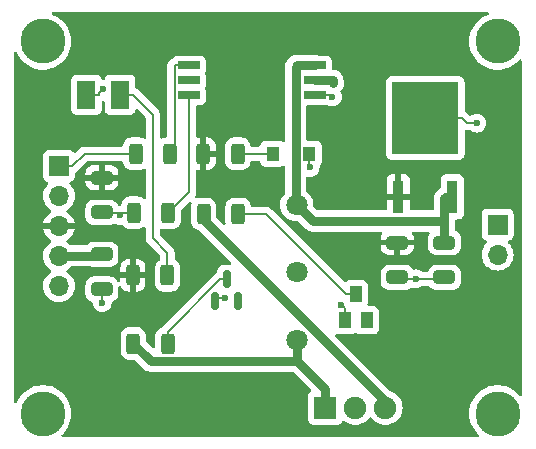
<source format=gtl>
%TF.GenerationSoftware,KiCad,Pcbnew,8.0.1*%
%TF.CreationDate,2025-03-05T11:05:37+00:00*%
%TF.ProjectId,PWM Control Circuit,50574d20-436f-46e7-9472-6f6c20436972,Version 2*%
%TF.SameCoordinates,Original*%
%TF.FileFunction,Copper,L1,Top*%
%TF.FilePolarity,Positive*%
%FSLAX46Y46*%
G04 Gerber Fmt 4.6, Leading zero omitted, Abs format (unit mm)*
G04 Created by KiCad (PCBNEW 8.0.1) date 2025-03-05 11:05:37*
%MOMM*%
%LPD*%
G01*
G04 APERTURE LIST*
G04 Aperture macros list*
%AMRoundRect*
0 Rectangle with rounded corners*
0 $1 Rounding radius*
0 $2 $3 $4 $5 $6 $7 $8 $9 X,Y pos of 4 corners*
0 Add a 4 corners polygon primitive as box body*
4,1,4,$2,$3,$4,$5,$6,$7,$8,$9,$2,$3,0*
0 Add four circle primitives for the rounded corners*
1,1,$1+$1,$2,$3*
1,1,$1+$1,$4,$5*
1,1,$1+$1,$6,$7*
1,1,$1+$1,$8,$9*
0 Add four rect primitives between the rounded corners*
20,1,$1+$1,$2,$3,$4,$5,0*
20,1,$1+$1,$4,$5,$6,$7,0*
20,1,$1+$1,$6,$7,$8,$9,0*
20,1,$1+$1,$8,$9,$2,$3,0*%
G04 Aperture macros list end*
%TA.AperFunction,SMDPad,CuDef*%
%ADD10R,1.110000X1.220000*%
%TD*%
%TA.AperFunction,SMDPad,CuDef*%
%ADD11RoundRect,0.250000X-0.312500X-0.625000X0.312500X-0.625000X0.312500X0.625000X-0.312500X0.625000X0*%
%TD*%
%TA.AperFunction,SMDPad,CuDef*%
%ADD12RoundRect,0.150000X0.150000X-0.587500X0.150000X0.587500X-0.150000X0.587500X-0.150000X-0.587500X0*%
%TD*%
%TA.AperFunction,ComponentPad*%
%ADD13C,3.800000*%
%TD*%
%TA.AperFunction,ComponentPad*%
%ADD14C,1.800000*%
%TD*%
%TA.AperFunction,SMDPad,CuDef*%
%ADD15R,0.970000X2.830000*%
%TD*%
%TA.AperFunction,SMDPad,CuDef*%
%ADD16R,5.630000X6.090000*%
%TD*%
%TA.AperFunction,SMDPad,CuDef*%
%ADD17RoundRect,0.250000X-0.650000X0.325000X-0.650000X-0.325000X0.650000X-0.325000X0.650000X0.325000X0*%
%TD*%
%TA.AperFunction,SMDPad,CuDef*%
%ADD18R,1.000000X1.400000*%
%TD*%
%TA.AperFunction,SMDPad,CuDef*%
%ADD19R,1.850000X0.650000*%
%TD*%
%TA.AperFunction,ComponentPad*%
%ADD20R,1.910000X1.910000*%
%TD*%
%TA.AperFunction,ComponentPad*%
%ADD21C,1.910000*%
%TD*%
%TA.AperFunction,ComponentPad*%
%ADD22R,1.700000X1.700000*%
%TD*%
%TA.AperFunction,ComponentPad*%
%ADD23O,1.700000X1.700000*%
%TD*%
%TA.AperFunction,SMDPad,CuDef*%
%ADD24R,1.600000X2.400000*%
%TD*%
%TA.AperFunction,ViaPad*%
%ADD25C,0.600000*%
%TD*%
%TA.AperFunction,Conductor*%
%ADD26C,0.800000*%
%TD*%
%TA.AperFunction,Conductor*%
%ADD27C,0.200000*%
%TD*%
G04 APERTURE END LIST*
D10*
%TO.P,D3,1*%
%TO.N,Net-(D3-Pad1)*%
X107950000Y-90000000D03*
%TO.P,D3,2*%
%TO.N,GND*%
X111050000Y-90000000D03*
%TD*%
D11*
%TO.P,R5,1*%
%TO.N,+24V*%
X102075000Y-90000000D03*
%TO.P,R5,2*%
%TO.N,Net-(D3-Pad1)*%
X105000000Y-90000000D03*
%TD*%
D12*
%TO.P,D2,1,A*%
%TO.N,GND*%
X103100000Y-102500000D03*
%TO.P,D2,2,NC*%
%TO.N,unconnected-(D2-NC-Pad2)*%
X105000000Y-102500000D03*
%TO.P,D2,3,K*%
%TO.N,Net-(D2-K)*%
X104050000Y-100625000D03*
%TD*%
D13*
%TO.P,H1,1*%
%TO.N,N/C*%
X88500000Y-80500000D03*
%TD*%
D14*
%TO.P,+15V_TP1,1,1*%
%TO.N,/+15V*%
X110000000Y-94325000D03*
%TD*%
D15*
%TO.P,U2,1,IN*%
%TO.N,+24V*%
X118593300Y-93650000D03*
D16*
%TO.P,U2,2,GND*%
%TO.N,GND*%
X120883300Y-87000000D03*
D15*
%TO.P,U2,3,OUT*%
%TO.N,/+15V*%
X123173300Y-93650000D03*
%TD*%
D14*
%TO.P,GND_TP1,1,1*%
%TO.N,GND*%
X110000000Y-100000000D03*
%TD*%
D11*
%TO.P,R1,1*%
%TO.N,/PWM input*%
X96350000Y-90000000D03*
%TO.P,R1,2*%
%TO.N,Net-(IC1-ANODE)*%
X99275000Y-90000000D03*
%TD*%
D17*
%TO.P,C2,1*%
%TO.N,+24V*%
X93500000Y-92025000D03*
%TO.P,C2,2*%
%TO.N,GND*%
X93500000Y-94975000D03*
%TD*%
D18*
%TO.P,D4,1*%
%TO.N,GND*%
X114050000Y-104100000D03*
%TO.P,D4,2*%
%TO.N,unconnected-(D4-Pad2)*%
X115950000Y-104100000D03*
%TO.P,D4,3*%
%TO.N,Net-(D4-Pad3)*%
X115000000Y-101900000D03*
%TD*%
D17*
%TO.P,C1,1*%
%TO.N,+12V*%
X93500000Y-98525000D03*
%TO.P,C1,2*%
%TO.N,GND*%
X93500000Y-101475000D03*
%TD*%
D11*
%TO.P,R6,1*%
%TO.N,/Vsource*%
X102100000Y-95100000D03*
%TO.P,R6,2*%
%TO.N,Net-(D4-Pad3)*%
X105025000Y-95100000D03*
%TD*%
D14*
%TO.P,VG_TP1,1,1*%
%TO.N,/VG*%
X110000000Y-105750000D03*
%TD*%
D17*
%TO.P,C4,1*%
%TO.N,/+15V*%
X122500000Y-97525000D03*
%TO.P,C4,2*%
%TO.N,GND*%
X122500000Y-100475000D03*
%TD*%
D13*
%TO.P,H3,1*%
%TO.N,N/C*%
X88500000Y-112000000D03*
%TD*%
D17*
%TO.P,C3,1*%
%TO.N,+24V*%
X118500000Y-97525000D03*
%TO.P,C3,2*%
%TO.N,GND*%
X118500000Y-100475000D03*
%TD*%
D11*
%TO.P,R2,1*%
%TO.N,GND*%
X96200000Y-95000000D03*
%TO.P,R2,2*%
%TO.N,Net-(IC1-CATHODE)*%
X99125000Y-95000000D03*
%TD*%
%TO.P,R3,1*%
%TO.N,+24V*%
X96125000Y-100300000D03*
%TO.P,R3,2*%
%TO.N,Net-(D1-Pad2)*%
X99050000Y-100300000D03*
%TD*%
%TO.P,R4,1*%
%TO.N,/VG*%
X96150000Y-106075000D03*
%TO.P,R4,2*%
%TO.N,Net-(D2-K)*%
X99075000Y-106075000D03*
%TD*%
D19*
%TO.P,IC1,1,ANODE*%
%TO.N,Net-(IC1-ANODE)*%
X100875000Y-82530000D03*
%TO.P,IC1,2,NC*%
%TO.N,unconnected-(IC1-NC-Pad2)*%
X100875000Y-83800000D03*
%TO.P,IC1,3,CATHODE*%
%TO.N,Net-(IC1-CATHODE)*%
X100875000Y-85070000D03*
%TO.P,IC1,4,VEE*%
%TO.N,GND*%
X111525000Y-85070000D03*
%TO.P,IC1,5,VOUT*%
%TO.N,/VG*%
X111525000Y-83800000D03*
%TO.P,IC1,6,VCC*%
%TO.N,/+15V*%
X111525000Y-82530000D03*
%TD*%
D20*
%TO.P,U1,1*%
%TO.N,/VG*%
X112420000Y-111500000D03*
D21*
%TO.P,U1,2*%
%TO.N,+12V*%
X114960000Y-111500000D03*
%TO.P,U1,3*%
%TO.N,/Vsource*%
X117500000Y-111500000D03*
%TD*%
D13*
%TO.P,H4,1*%
%TO.N,N/C*%
X127000000Y-112000000D03*
%TD*%
D22*
%TO.P,J2,1,Pin_1*%
%TO.N,/Vsource*%
X127000000Y-96000000D03*
D23*
%TO.P,J2,2,Pin_2*%
%TO.N,GND*%
X127000000Y-98540000D03*
%TD*%
D13*
%TO.P,H2,1*%
%TO.N,N/C*%
X127000000Y-80500000D03*
%TD*%
D22*
%TO.P,J1,1,Pin_1*%
%TO.N,/PWM input*%
X89850000Y-91030000D03*
D23*
%TO.P,J1,2,Pin_2*%
%TO.N,GND*%
X89850000Y-93570000D03*
%TO.P,J1,3,Pin_3*%
%TO.N,+24V*%
X89850000Y-96110000D03*
%TO.P,J1,4,Pin_4*%
%TO.N,+12V*%
X89850000Y-98650000D03*
%TO.P,J1,5,Pin_5*%
%TO.N,GND*%
X89850000Y-101190000D03*
%TD*%
D24*
%TO.P,D1,1*%
%TO.N,GND*%
X92175000Y-85000000D03*
%TO.P,D1,2*%
%TO.N,Net-(D1-Pad2)*%
X95025000Y-85000000D03*
%TD*%
D25*
%TO.N,/VG*%
X113097400Y-84006300D03*
%TO.N,GND*%
X93600000Y-84553200D03*
X120105700Y-100597900D03*
X125230500Y-87414800D03*
X95018800Y-95222400D03*
X93518200Y-102602300D03*
X113012900Y-85191800D03*
X111131800Y-91158600D03*
X103914600Y-102258300D03*
X113747200Y-102802500D03*
%TD*%
D26*
%TO.N,+12V*%
X93375000Y-98650000D02*
X93500000Y-98525000D01*
X89850000Y-98650000D02*
X93375000Y-98650000D01*
%TO.N,/Vsource*%
X102100000Y-95582900D02*
X102100000Y-95100000D01*
X117500000Y-110982900D02*
X102100000Y-95582900D01*
X117500000Y-111500000D02*
X117500000Y-110982900D01*
D27*
%TO.N,/PWM input*%
X92031700Y-90000000D02*
X96350000Y-90000000D01*
X91001700Y-91030000D02*
X92031700Y-90000000D01*
X89850000Y-91030000D02*
X91001700Y-91030000D01*
%TO.N,Net-(IC1-CATHODE)*%
X100875000Y-93250000D02*
X99125000Y-95000000D01*
X100875000Y-85070000D02*
X100875000Y-93250000D01*
D26*
%TO.N,/VG*%
X113051700Y-83960600D02*
X113051700Y-83800000D01*
X113097400Y-84006300D02*
X113051700Y-83960600D01*
X111525000Y-83800000D02*
X113051700Y-83800000D01*
X112420000Y-111500000D02*
X112420000Y-109943300D01*
X97645300Y-107570300D02*
X96150000Y-106075000D01*
X110000000Y-107570300D02*
X97645300Y-107570300D01*
X110047000Y-107570300D02*
X110000000Y-107570300D01*
X112420000Y-109943300D02*
X110047000Y-107570300D01*
X110000000Y-107570300D02*
X110000000Y-105750000D01*
D27*
%TO.N,Net-(IC1-ANODE)*%
X99648300Y-89626700D02*
X99275000Y-90000000D01*
X99648300Y-82530000D02*
X99648300Y-89626700D01*
X100875000Y-82530000D02*
X99648300Y-82530000D01*
%TO.N,Net-(D4-Pad3)*%
X107398300Y-95100000D02*
X105025000Y-95100000D01*
X114198300Y-101900000D02*
X107398300Y-95100000D01*
X115000000Y-101900000D02*
X114198300Y-101900000D01*
%TO.N,Net-(D3-Pad1)*%
X105000000Y-90000000D02*
X107950000Y-90000000D01*
%TO.N,Net-(D2-K)*%
X99075000Y-105075300D02*
X99075000Y-106075000D01*
X103525300Y-100625000D02*
X99075000Y-105075300D01*
X104050000Y-100625000D02*
X103525300Y-100625000D01*
%TO.N,Net-(D1-Pad2)*%
X99050000Y-98404400D02*
X99050000Y-100300000D01*
X97812500Y-97166900D02*
X99050000Y-98404400D01*
X97812500Y-86685800D02*
X97812500Y-97166900D01*
X96126700Y-85000000D02*
X97812500Y-86685800D01*
X95025000Y-85000000D02*
X96126700Y-85000000D01*
D26*
%TO.N,/+15V*%
X123173300Y-93650000D02*
X122630000Y-93650000D01*
X109893300Y-94218300D02*
X110000000Y-94325000D01*
X109893300Y-82635000D02*
X109893300Y-94218300D01*
X109998300Y-82530000D02*
X109893300Y-82635000D01*
X111525000Y-82530000D02*
X109998300Y-82530000D01*
X111366600Y-95691600D02*
X110000000Y-94325000D01*
X122500000Y-95691600D02*
X111366600Y-95691600D01*
X122500000Y-93780000D02*
X122500000Y-95691600D01*
X122630000Y-93650000D02*
X122500000Y-93780000D01*
X122500000Y-95691600D02*
X122500000Y-97525000D01*
D27*
%TO.N,GND*%
X93276700Y-84876500D02*
X93276700Y-85000000D01*
X93600000Y-84553200D02*
X93276700Y-84876500D01*
X92175000Y-85000000D02*
X93276700Y-85000000D01*
X118622900Y-100597900D02*
X120105700Y-100597900D01*
X118500000Y-100475000D02*
X118622900Y-100597900D01*
X122377100Y-100597900D02*
X122500000Y-100475000D01*
X120105700Y-100597900D02*
X122377100Y-100597900D01*
X124414800Y-87414800D02*
X124000000Y-87000000D01*
X125230500Y-87414800D02*
X124414800Y-87414800D01*
X120883300Y-87000000D02*
X124000000Y-87000000D01*
X95018800Y-95222400D02*
X95018800Y-95000000D01*
X96200000Y-95000000D02*
X95018800Y-95000000D01*
X93525000Y-95000000D02*
X93500000Y-94975000D01*
X95018800Y-95000000D02*
X93525000Y-95000000D01*
X93500000Y-102584100D02*
X93500000Y-101475000D01*
X93518200Y-102602300D02*
X93500000Y-102584100D01*
X111525000Y-85070000D02*
X112751700Y-85070000D01*
X112873500Y-85191800D02*
X113012900Y-85191800D01*
X112751700Y-85070000D02*
X112873500Y-85191800D01*
X111050000Y-91076800D02*
X111050000Y-90000000D01*
X111131800Y-91158600D02*
X111050000Y-91076800D01*
X103341700Y-102258300D02*
X103100000Y-102500000D01*
X103914600Y-102258300D02*
X103341700Y-102258300D01*
X114043000Y-103098300D02*
X114050000Y-103098300D01*
X113747200Y-102802500D02*
X114043000Y-103098300D01*
X114050000Y-104100000D02*
X114050000Y-103098300D01*
%TD*%
%TA.AperFunction,Conductor*%
%TO.N,+24V*%
G36*
X126209133Y-78020185D02*
G01*
X126254888Y-78072989D01*
X126264832Y-78142147D01*
X126235807Y-78205703D01*
X126187741Y-78239792D01*
X125975904Y-78323663D01*
X125975903Y-78323664D01*
X125711205Y-78469184D01*
X125711193Y-78469191D01*
X125466846Y-78646719D01*
X125466836Y-78646727D01*
X125246652Y-78853494D01*
X125054111Y-79086236D01*
X124892268Y-79341261D01*
X124892265Y-79341267D01*
X124763661Y-79614563D01*
X124763659Y-79614568D01*
X124670320Y-79901835D01*
X124613719Y-80198546D01*
X124613718Y-80198553D01*
X124594754Y-80499994D01*
X124594754Y-80500005D01*
X124613718Y-80801446D01*
X124613719Y-80801453D01*
X124670320Y-81098164D01*
X124763659Y-81385431D01*
X124763661Y-81385436D01*
X124892265Y-81658732D01*
X124892268Y-81658738D01*
X125054111Y-81913763D01*
X125054114Y-81913767D01*
X125054115Y-81913768D01*
X125246651Y-82146504D01*
X125375321Y-82267334D01*
X125466836Y-82353272D01*
X125466846Y-82353280D01*
X125711193Y-82530808D01*
X125711198Y-82530810D01*
X125711205Y-82530816D01*
X125975896Y-82676332D01*
X125975901Y-82676334D01*
X125975903Y-82676335D01*
X125975904Y-82676336D01*
X126256734Y-82787524D01*
X126256737Y-82787525D01*
X126354259Y-82812564D01*
X126549302Y-82862642D01*
X126685238Y-82879815D01*
X126848963Y-82900499D01*
X126848969Y-82900499D01*
X126848973Y-82900500D01*
X126848975Y-82900500D01*
X127151025Y-82900500D01*
X127151027Y-82900500D01*
X127151032Y-82900499D01*
X127151036Y-82900499D01*
X127230591Y-82890448D01*
X127450698Y-82862642D01*
X127743262Y-82787525D01*
X127773634Y-82775500D01*
X128024095Y-82676336D01*
X128024096Y-82676335D01*
X128024094Y-82676335D01*
X128024104Y-82676332D01*
X128288795Y-82530816D01*
X128533162Y-82353274D01*
X128753349Y-82146504D01*
X128829956Y-82053901D01*
X128887856Y-82014794D01*
X128957707Y-82013198D01*
X129017333Y-82049619D01*
X129047803Y-82112495D01*
X129049500Y-82132942D01*
X129049500Y-110367057D01*
X129029815Y-110434096D01*
X128977011Y-110479851D01*
X128907853Y-110489795D01*
X128844297Y-110460770D01*
X128829957Y-110446098D01*
X128753352Y-110353499D01*
X128753350Y-110353497D01*
X128533163Y-110146727D01*
X128533153Y-110146719D01*
X128288806Y-109969191D01*
X128288799Y-109969186D01*
X128288795Y-109969184D01*
X128024104Y-109823668D01*
X128024101Y-109823666D01*
X128024096Y-109823664D01*
X128024095Y-109823663D01*
X127743265Y-109712475D01*
X127743262Y-109712474D01*
X127450695Y-109637357D01*
X127151036Y-109599500D01*
X127151027Y-109599500D01*
X126848973Y-109599500D01*
X126848963Y-109599500D01*
X126549304Y-109637357D01*
X126256737Y-109712474D01*
X126256734Y-109712475D01*
X125975904Y-109823663D01*
X125975903Y-109823664D01*
X125711205Y-109969184D01*
X125711193Y-109969191D01*
X125466846Y-110146719D01*
X125466836Y-110146727D01*
X125246652Y-110353494D01*
X125054111Y-110586236D01*
X124892268Y-110841261D01*
X124892265Y-110841267D01*
X124763661Y-111114563D01*
X124763659Y-111114568D01*
X124670320Y-111401835D01*
X124613719Y-111698546D01*
X124613718Y-111698553D01*
X124594754Y-111999994D01*
X124594754Y-112000005D01*
X124613718Y-112301446D01*
X124613719Y-112301453D01*
X124670320Y-112598164D01*
X124763659Y-112885431D01*
X124763661Y-112885436D01*
X124892265Y-113158732D01*
X124892268Y-113158738D01*
X125054111Y-113413763D01*
X125246652Y-113646505D01*
X125394249Y-113785108D01*
X125429644Y-113845349D01*
X125426851Y-113915163D01*
X125386757Y-113972384D01*
X125322092Y-113998845D01*
X125309365Y-113999500D01*
X90190635Y-113999500D01*
X90123596Y-113979815D01*
X90077841Y-113927011D01*
X90067897Y-113857853D01*
X90096922Y-113794297D01*
X90105751Y-113785108D01*
X90253349Y-113646504D01*
X90445885Y-113413768D01*
X90607733Y-113158736D01*
X90736341Y-112885430D01*
X90829681Y-112598160D01*
X90886280Y-112301457D01*
X90891578Y-112217249D01*
X90905246Y-112000005D01*
X90905246Y-111999994D01*
X90886281Y-111698553D01*
X90886280Y-111698546D01*
X90886280Y-111698543D01*
X90829681Y-111401840D01*
X90736341Y-111114570D01*
X90607733Y-110841264D01*
X90549500Y-110749503D01*
X90445888Y-110586236D01*
X90398580Y-110529050D01*
X90253349Y-110353496D01*
X90033162Y-110146726D01*
X90033159Y-110146724D01*
X90033153Y-110146719D01*
X89788806Y-109969191D01*
X89788799Y-109969186D01*
X89788795Y-109969184D01*
X89524104Y-109823668D01*
X89524101Y-109823666D01*
X89524096Y-109823664D01*
X89524095Y-109823663D01*
X89243265Y-109712475D01*
X89243262Y-109712474D01*
X88950695Y-109637357D01*
X88651036Y-109599500D01*
X88651027Y-109599500D01*
X88348973Y-109599500D01*
X88348963Y-109599500D01*
X88049304Y-109637357D01*
X87756737Y-109712474D01*
X87756734Y-109712475D01*
X87475904Y-109823663D01*
X87475903Y-109823664D01*
X87211205Y-109969184D01*
X87211193Y-109969191D01*
X86966846Y-110146719D01*
X86966836Y-110146727D01*
X86746652Y-110353494D01*
X86554111Y-110586236D01*
X86392268Y-110841261D01*
X86392265Y-110841267D01*
X86286698Y-111065608D01*
X86240343Y-111117886D01*
X86173083Y-111136803D01*
X86106273Y-111116354D01*
X86061124Y-111063030D01*
X86050500Y-111012811D01*
X86050500Y-101190000D01*
X88494341Y-101190000D01*
X88514936Y-101425403D01*
X88514938Y-101425413D01*
X88576094Y-101653655D01*
X88576096Y-101653659D01*
X88576097Y-101653663D01*
X88586280Y-101675500D01*
X88675965Y-101867830D01*
X88675967Y-101867834D01*
X88735461Y-101952799D01*
X88811505Y-102061401D01*
X88978599Y-102228495D01*
X89075384Y-102296265D01*
X89172165Y-102364032D01*
X89172167Y-102364033D01*
X89172170Y-102364035D01*
X89386337Y-102463903D01*
X89614592Y-102525063D01*
X89802918Y-102541539D01*
X89849999Y-102545659D01*
X89850000Y-102545659D01*
X89850001Y-102545659D01*
X89889234Y-102542226D01*
X90085408Y-102525063D01*
X90313663Y-102463903D01*
X90527830Y-102364035D01*
X90721401Y-102228495D01*
X90888495Y-102061401D01*
X91024035Y-101867830D01*
X91032349Y-101850001D01*
X92099500Y-101850001D01*
X92099501Y-101850019D01*
X92110000Y-101952796D01*
X92110001Y-101952799D01*
X92118569Y-101978654D01*
X92165186Y-102119334D01*
X92257288Y-102268656D01*
X92381344Y-102392712D01*
X92530666Y-102484814D01*
X92630610Y-102517932D01*
X92688055Y-102557705D01*
X92714826Y-102621754D01*
X92732830Y-102781550D01*
X92732831Y-102781554D01*
X92792411Y-102951823D01*
X92852335Y-103047191D01*
X92888384Y-103104562D01*
X93015938Y-103232116D01*
X93168678Y-103328089D01*
X93237398Y-103352135D01*
X93338945Y-103387668D01*
X93338950Y-103387669D01*
X93518196Y-103407865D01*
X93518200Y-103407865D01*
X93518204Y-103407865D01*
X93697449Y-103387669D01*
X93697452Y-103387668D01*
X93697455Y-103387668D01*
X93867722Y-103328089D01*
X94020462Y-103232116D01*
X94148016Y-103104562D01*
X94243989Y-102951822D01*
X94303568Y-102781555D01*
X94322985Y-102609225D01*
X94350051Y-102544811D01*
X94407200Y-102505402D01*
X94469334Y-102484814D01*
X94618656Y-102392712D01*
X94742712Y-102268656D01*
X94834814Y-102119334D01*
X94889999Y-101952797D01*
X94900500Y-101850009D01*
X94900499Y-101312291D01*
X94920183Y-101245253D01*
X94972987Y-101199498D01*
X95042146Y-101189554D01*
X95105702Y-101218579D01*
X95130038Y-101247195D01*
X95220184Y-101393345D01*
X95344154Y-101517315D01*
X95493375Y-101609356D01*
X95493380Y-101609358D01*
X95659802Y-101664505D01*
X95659809Y-101664506D01*
X95762519Y-101674999D01*
X95874999Y-101674999D01*
X95875000Y-101674998D01*
X95875000Y-100550000D01*
X96375000Y-100550000D01*
X96375000Y-101674999D01*
X96487472Y-101674999D01*
X96487486Y-101674998D01*
X96590197Y-101664505D01*
X96756619Y-101609358D01*
X96756624Y-101609356D01*
X96905845Y-101517315D01*
X97029815Y-101393345D01*
X97121856Y-101244124D01*
X97121858Y-101244119D01*
X97177005Y-101077697D01*
X97177006Y-101077690D01*
X97187499Y-100974986D01*
X97187500Y-100974973D01*
X97187500Y-100550000D01*
X96375000Y-100550000D01*
X95875000Y-100550000D01*
X95062501Y-100550000D01*
X95062501Y-100762567D01*
X95042816Y-100829606D01*
X94990012Y-100875361D01*
X94920854Y-100885305D01*
X94857298Y-100856280D01*
X94832962Y-100827664D01*
X94801959Y-100777400D01*
X94742712Y-100681344D01*
X94618656Y-100557288D01*
X94469334Y-100465186D01*
X94302797Y-100410001D01*
X94302795Y-100410000D01*
X94200010Y-100399500D01*
X92799998Y-100399500D01*
X92799981Y-100399501D01*
X92697203Y-100410000D01*
X92697200Y-100410001D01*
X92530668Y-100465185D01*
X92530663Y-100465187D01*
X92381342Y-100557289D01*
X92257289Y-100681342D01*
X92165187Y-100830663D01*
X92165185Y-100830668D01*
X92147080Y-100885305D01*
X92110001Y-100997203D01*
X92110001Y-100997204D01*
X92110000Y-100997204D01*
X92099500Y-101099983D01*
X92099500Y-101850001D01*
X91032349Y-101850001D01*
X91123903Y-101653663D01*
X91185063Y-101425408D01*
X91205659Y-101190000D01*
X91185063Y-100954592D01*
X91123903Y-100726337D01*
X91024035Y-100512171D01*
X90991136Y-100465185D01*
X90888494Y-100318597D01*
X90721402Y-100151506D01*
X90721396Y-100151501D01*
X90576437Y-100050000D01*
X95062500Y-100050000D01*
X95875000Y-100050000D01*
X95875000Y-98925000D01*
X96375000Y-98925000D01*
X96375000Y-100050000D01*
X97187499Y-100050000D01*
X97187499Y-99625028D01*
X97187498Y-99625013D01*
X97177005Y-99522302D01*
X97121858Y-99355880D01*
X97121856Y-99355875D01*
X97029815Y-99206654D01*
X96905845Y-99082684D01*
X96756624Y-98990643D01*
X96756619Y-98990641D01*
X96590197Y-98935494D01*
X96590190Y-98935493D01*
X96487486Y-98925000D01*
X96375000Y-98925000D01*
X95875000Y-98925000D01*
X95762527Y-98925000D01*
X95762512Y-98925001D01*
X95659802Y-98935494D01*
X95493380Y-98990641D01*
X95493375Y-98990643D01*
X95344154Y-99082684D01*
X95220184Y-99206654D01*
X95128143Y-99355875D01*
X95128141Y-99355880D01*
X95072994Y-99522302D01*
X95072993Y-99522309D01*
X95062500Y-99625013D01*
X95062500Y-100050000D01*
X90576437Y-100050000D01*
X90535842Y-100021575D01*
X90492217Y-99966998D01*
X90485023Y-99897500D01*
X90516546Y-99835145D01*
X90535842Y-99818425D01*
X90598043Y-99774871D01*
X90721401Y-99688495D01*
X90823077Y-99586819D01*
X90884400Y-99553334D01*
X90910758Y-99550500D01*
X92557993Y-99550500D01*
X92596997Y-99556794D01*
X92697203Y-99589999D01*
X92799991Y-99600500D01*
X94200008Y-99600499D01*
X94302797Y-99589999D01*
X94469334Y-99534814D01*
X94618656Y-99442712D01*
X94742712Y-99318656D01*
X94834814Y-99169334D01*
X94889999Y-99002797D01*
X94900500Y-98900009D01*
X94900499Y-98149992D01*
X94889999Y-98047203D01*
X94834814Y-97880666D01*
X94742712Y-97731344D01*
X94618656Y-97607288D01*
X94525888Y-97550069D01*
X94469336Y-97515187D01*
X94469331Y-97515185D01*
X94467862Y-97514698D01*
X94302797Y-97460001D01*
X94302795Y-97460000D01*
X94200010Y-97449500D01*
X92799998Y-97449500D01*
X92799981Y-97449501D01*
X92697203Y-97460000D01*
X92697200Y-97460001D01*
X92530668Y-97515185D01*
X92530663Y-97515187D01*
X92381345Y-97607287D01*
X92275450Y-97713182D01*
X92214127Y-97746666D01*
X92187769Y-97749500D01*
X90910758Y-97749500D01*
X90843719Y-97729815D01*
X90823077Y-97713181D01*
X90721402Y-97611506D01*
X90721401Y-97611505D01*
X90535405Y-97481269D01*
X90491781Y-97426692D01*
X90484588Y-97357193D01*
X90516110Y-97294839D01*
X90535405Y-97278119D01*
X90721082Y-97148105D01*
X90888105Y-96981082D01*
X91023600Y-96787578D01*
X91123429Y-96573492D01*
X91123432Y-96573486D01*
X91180636Y-96360000D01*
X90283012Y-96360000D01*
X90315925Y-96302993D01*
X90350000Y-96175826D01*
X90350000Y-96044174D01*
X90315925Y-95917007D01*
X90283012Y-95860000D01*
X91180636Y-95860000D01*
X91180635Y-95859999D01*
X91123432Y-95646513D01*
X91123429Y-95646507D01*
X91023600Y-95432422D01*
X91023599Y-95432420D01*
X90888113Y-95238926D01*
X90888108Y-95238920D01*
X90721078Y-95071890D01*
X90535405Y-94941879D01*
X90491780Y-94887302D01*
X90484588Y-94817804D01*
X90516110Y-94755449D01*
X90535406Y-94738730D01*
X90637704Y-94667100D01*
X90721401Y-94608495D01*
X90888495Y-94441401D01*
X91024035Y-94247830D01*
X91123903Y-94033663D01*
X91185063Y-93805408D01*
X91205659Y-93570000D01*
X91185063Y-93334592D01*
X91135240Y-93148646D01*
X91123905Y-93106344D01*
X91123904Y-93106343D01*
X91123903Y-93106337D01*
X91024035Y-92892171D01*
X90888495Y-92698599D01*
X90766567Y-92576671D01*
X90733084Y-92515351D01*
X90738068Y-92445659D01*
X90779939Y-92389725D01*
X90810915Y-92372810D01*
X90942331Y-92323796D01*
X91007514Y-92275000D01*
X92100001Y-92275000D01*
X92100001Y-92399986D01*
X92110494Y-92502697D01*
X92165641Y-92669119D01*
X92165643Y-92669124D01*
X92257684Y-92818345D01*
X92381654Y-92942315D01*
X92530875Y-93034356D01*
X92530880Y-93034358D01*
X92697302Y-93089505D01*
X92697309Y-93089506D01*
X92800019Y-93099999D01*
X93249999Y-93099999D01*
X93250000Y-93099998D01*
X93250000Y-92275000D01*
X93750000Y-92275000D01*
X93750000Y-93099999D01*
X94199972Y-93099999D01*
X94199986Y-93099998D01*
X94302697Y-93089505D01*
X94469119Y-93034358D01*
X94469124Y-93034356D01*
X94618345Y-92942315D01*
X94742315Y-92818345D01*
X94834356Y-92669124D01*
X94834358Y-92669119D01*
X94889505Y-92502697D01*
X94889506Y-92502690D01*
X94899999Y-92399986D01*
X94900000Y-92399973D01*
X94900000Y-92275000D01*
X93750000Y-92275000D01*
X93250000Y-92275000D01*
X92100001Y-92275000D01*
X91007514Y-92275000D01*
X91057546Y-92237546D01*
X91143796Y-92122331D01*
X91194091Y-91987483D01*
X91200500Y-91927873D01*
X91200499Y-91775000D01*
X92100000Y-91775000D01*
X93250000Y-91775000D01*
X93250000Y-90950000D01*
X93750000Y-90950000D01*
X93750000Y-91775000D01*
X94899999Y-91775000D01*
X94899999Y-91650028D01*
X94899998Y-91650013D01*
X94889505Y-91547302D01*
X94834358Y-91380880D01*
X94834356Y-91380875D01*
X94742315Y-91231654D01*
X94618345Y-91107684D01*
X94469124Y-91015643D01*
X94469119Y-91015641D01*
X94302697Y-90960494D01*
X94302690Y-90960493D01*
X94199986Y-90950000D01*
X93750000Y-90950000D01*
X93250000Y-90950000D01*
X92800028Y-90950000D01*
X92800012Y-90950001D01*
X92697302Y-90960494D01*
X92530880Y-91015641D01*
X92530875Y-91015643D01*
X92381654Y-91107684D01*
X92257684Y-91231654D01*
X92165643Y-91380875D01*
X92165641Y-91380880D01*
X92110494Y-91547302D01*
X92110493Y-91547309D01*
X92100000Y-91650013D01*
X92100000Y-91775000D01*
X91200499Y-91775000D01*
X91200499Y-91680211D01*
X91220183Y-91613173D01*
X91262499Y-91572825D01*
X91289355Y-91557320D01*
X91370416Y-91510520D01*
X91482220Y-91398716D01*
X91482220Y-91398714D01*
X91492424Y-91388511D01*
X91492427Y-91388506D01*
X92244116Y-90636819D01*
X92305439Y-90603334D01*
X92331797Y-90600500D01*
X95167411Y-90600500D01*
X95234450Y-90620185D01*
X95280205Y-90672989D01*
X95290769Y-90711898D01*
X95297501Y-90777797D01*
X95297501Y-90777799D01*
X95352685Y-90944331D01*
X95352687Y-90944336D01*
X95367002Y-90967544D01*
X95444788Y-91093656D01*
X95568844Y-91217712D01*
X95718166Y-91309814D01*
X95884703Y-91364999D01*
X95987491Y-91375500D01*
X96712508Y-91375499D01*
X96712516Y-91375498D01*
X96712519Y-91375498D01*
X96768802Y-91369748D01*
X96815297Y-91364999D01*
X96981834Y-91309814D01*
X97022904Y-91284481D01*
X97090296Y-91266042D01*
X97156959Y-91286965D01*
X97201729Y-91340607D01*
X97212000Y-91390021D01*
X97212000Y-93713770D01*
X97192315Y-93780809D01*
X97139511Y-93826564D01*
X97070353Y-93836508D01*
X97006797Y-93807483D01*
X97000319Y-93801451D01*
X96981157Y-93782289D01*
X96981156Y-93782288D01*
X96831834Y-93690186D01*
X96665297Y-93635001D01*
X96665295Y-93635000D01*
X96562510Y-93624500D01*
X95837498Y-93624500D01*
X95837480Y-93624501D01*
X95734703Y-93635000D01*
X95734700Y-93635001D01*
X95568168Y-93690185D01*
X95568163Y-93690187D01*
X95418842Y-93782289D01*
X95294789Y-93906342D01*
X95202687Y-94055663D01*
X95202685Y-94055668D01*
X95183332Y-94114073D01*
X95161041Y-94181344D01*
X95147501Y-94222204D01*
X95147500Y-94222205D01*
X95140768Y-94288103D01*
X95114371Y-94352795D01*
X95057190Y-94392946D01*
X95017410Y-94399500D01*
X94945908Y-94399500D01*
X94878869Y-94379815D01*
X94840363Y-94335728D01*
X94838605Y-94336813D01*
X94834812Y-94330663D01*
X94742712Y-94181344D01*
X94618656Y-94057288D01*
X94469334Y-93965186D01*
X94302797Y-93910001D01*
X94302795Y-93910000D01*
X94200010Y-93899500D01*
X92799998Y-93899500D01*
X92799981Y-93899501D01*
X92697203Y-93910000D01*
X92697200Y-93910001D01*
X92530668Y-93965185D01*
X92530663Y-93965187D01*
X92381342Y-94057289D01*
X92257289Y-94181342D01*
X92165187Y-94330663D01*
X92165185Y-94330668D01*
X92144548Y-94392946D01*
X92110001Y-94497203D01*
X92110001Y-94497204D01*
X92110000Y-94497204D01*
X92099500Y-94599983D01*
X92099500Y-95350001D01*
X92099501Y-95350019D01*
X92110000Y-95452796D01*
X92110001Y-95452799D01*
X92145223Y-95559091D01*
X92165186Y-95619334D01*
X92257288Y-95768656D01*
X92381344Y-95892712D01*
X92530666Y-95984814D01*
X92697203Y-96039999D01*
X92799991Y-96050500D01*
X94200008Y-96050499D01*
X94302797Y-96039999D01*
X94469334Y-95984814D01*
X94533943Y-95944962D01*
X94601332Y-95926522D01*
X94665014Y-95945510D01*
X94669278Y-95948189D01*
X94835221Y-96006255D01*
X94839545Y-96007768D01*
X94839550Y-96007769D01*
X95018796Y-96027965D01*
X95018800Y-96027965D01*
X95018804Y-96027965D01*
X95160828Y-96011963D01*
X95229650Y-96024018D01*
X95280249Y-96070085D01*
X95294788Y-96093656D01*
X95418844Y-96217712D01*
X95568166Y-96309814D01*
X95734703Y-96364999D01*
X95837491Y-96375500D01*
X96562508Y-96375499D01*
X96562516Y-96375498D01*
X96562519Y-96375498D01*
X96618802Y-96369748D01*
X96665297Y-96364999D01*
X96831834Y-96309814D01*
X96981156Y-96217712D01*
X97000319Y-96198549D01*
X97061642Y-96165064D01*
X97131334Y-96170048D01*
X97187267Y-96211920D01*
X97211684Y-96277384D01*
X97212000Y-96286230D01*
X97212000Y-97080230D01*
X97211999Y-97080248D01*
X97211999Y-97245954D01*
X97211998Y-97245954D01*
X97252923Y-97398685D01*
X97281858Y-97448800D01*
X97281859Y-97448804D01*
X97281860Y-97448804D01*
X97331979Y-97535614D01*
X97331981Y-97535617D01*
X97450849Y-97654485D01*
X97450855Y-97654490D01*
X98413181Y-98616816D01*
X98446666Y-98678139D01*
X98449500Y-98704497D01*
X98449500Y-98901652D01*
X98429815Y-98968691D01*
X98390598Y-99007189D01*
X98313335Y-99054845D01*
X98268842Y-99082289D01*
X98144789Y-99206342D01*
X98052687Y-99355663D01*
X98052685Y-99355668D01*
X98041341Y-99389902D01*
X97997501Y-99522203D01*
X97997501Y-99522204D01*
X97997500Y-99522204D01*
X97987000Y-99624983D01*
X97987000Y-100975001D01*
X97987001Y-100975018D01*
X97997500Y-101077796D01*
X97997501Y-101077799D01*
X98052685Y-101244331D01*
X98052687Y-101244336D01*
X98060686Y-101257304D01*
X98144788Y-101393656D01*
X98268844Y-101517712D01*
X98418166Y-101609814D01*
X98584703Y-101664999D01*
X98687491Y-101675500D01*
X99412508Y-101675499D01*
X99412516Y-101675498D01*
X99412519Y-101675498D01*
X99468802Y-101669748D01*
X99515297Y-101664999D01*
X99681834Y-101609814D01*
X99831156Y-101517712D01*
X99955212Y-101393656D01*
X100047314Y-101244334D01*
X100102499Y-101077797D01*
X100113000Y-100975009D01*
X100112999Y-99624992D01*
X100109424Y-99589999D01*
X100102499Y-99522203D01*
X100102498Y-99522200D01*
X100076158Y-99442712D01*
X100047314Y-99355666D01*
X99955212Y-99206344D01*
X99831156Y-99082288D01*
X99709402Y-99007190D01*
X99662679Y-98955243D01*
X99650500Y-98901652D01*
X99650500Y-98325346D01*
X99650500Y-98325343D01*
X99629821Y-98248165D01*
X99609577Y-98172615D01*
X99566759Y-98098453D01*
X99566759Y-98098451D01*
X99530524Y-98035690D01*
X99530521Y-98035686D01*
X99530520Y-98035684D01*
X99418716Y-97923880D01*
X99418715Y-97923879D01*
X99414385Y-97919549D01*
X99414374Y-97919539D01*
X98449319Y-96954484D01*
X98415834Y-96893161D01*
X98413000Y-96866803D01*
X98413000Y-96454969D01*
X98432685Y-96387930D01*
X98485489Y-96342175D01*
X98554647Y-96332231D01*
X98575992Y-96337260D01*
X98659703Y-96364999D01*
X98762491Y-96375500D01*
X99487508Y-96375499D01*
X99487516Y-96375498D01*
X99487519Y-96375498D01*
X99543802Y-96369748D01*
X99590297Y-96364999D01*
X99756834Y-96309814D01*
X99906156Y-96217712D01*
X100030212Y-96093656D01*
X100122314Y-95944334D01*
X100177499Y-95777797D01*
X100188000Y-95675009D01*
X100187999Y-94837596D01*
X100207683Y-94770558D01*
X100224313Y-94749921D01*
X100873534Y-94100701D01*
X100934856Y-94067217D01*
X101004548Y-94072201D01*
X101060481Y-94114073D01*
X101084898Y-94179537D01*
X101078920Y-94227386D01*
X101058801Y-94288103D01*
X101047501Y-94322203D01*
X101047500Y-94322204D01*
X101037000Y-94424983D01*
X101037000Y-95775001D01*
X101037001Y-95775018D01*
X101047500Y-95877796D01*
X101047501Y-95877799D01*
X101102685Y-96044331D01*
X101102687Y-96044336D01*
X101106489Y-96050500D01*
X101194788Y-96193656D01*
X101318844Y-96317712D01*
X101468166Y-96409814D01*
X101634703Y-96464999D01*
X101673120Y-96468923D01*
X101737811Y-96495318D01*
X101748200Y-96504600D01*
X104427522Y-99183922D01*
X104461007Y-99245245D01*
X104456023Y-99314937D01*
X104414151Y-99370870D01*
X104348687Y-99395287D01*
X104305250Y-99390681D01*
X104302567Y-99389901D01*
X104265701Y-99387000D01*
X104265694Y-99387000D01*
X103834306Y-99387000D01*
X103834298Y-99387000D01*
X103797432Y-99389901D01*
X103797426Y-99389902D01*
X103639606Y-99435754D01*
X103639603Y-99435755D01*
X103498137Y-99519417D01*
X103498129Y-99519423D01*
X103381923Y-99635629D01*
X103381917Y-99635637D01*
X103298255Y-99777103D01*
X103298254Y-99777106D01*
X103252402Y-99934926D01*
X103252401Y-99934932D01*
X103249501Y-99971789D01*
X103249500Y-99971813D01*
X103249500Y-100019244D01*
X103229815Y-100086283D01*
X103187503Y-100126628D01*
X103156584Y-100144480D01*
X103156581Y-100144482D01*
X98706284Y-104594780D01*
X98706283Y-104594781D01*
X98602604Y-104698458D01*
X98553929Y-104728481D01*
X98443174Y-104765182D01*
X98443163Y-104765187D01*
X98293842Y-104857289D01*
X98169789Y-104981342D01*
X98077687Y-105130663D01*
X98077685Y-105130668D01*
X98049849Y-105214670D01*
X98022501Y-105297203D01*
X98022501Y-105297204D01*
X98022500Y-105297204D01*
X98012000Y-105399983D01*
X98012000Y-106364138D01*
X97992315Y-106431177D01*
X97939511Y-106476932D01*
X97870353Y-106486876D01*
X97806797Y-106457851D01*
X97800319Y-106451819D01*
X97249318Y-105900818D01*
X97215833Y-105839495D01*
X97212999Y-105813137D01*
X97212999Y-105399998D01*
X97212998Y-105399981D01*
X97202499Y-105297203D01*
X97202498Y-105297200D01*
X97184802Y-105243797D01*
X97147314Y-105130666D01*
X97055212Y-104981344D01*
X96931156Y-104857288D01*
X96781834Y-104765186D01*
X96615297Y-104710001D01*
X96615295Y-104710000D01*
X96512510Y-104699500D01*
X95787498Y-104699500D01*
X95787480Y-104699501D01*
X95684703Y-104710000D01*
X95684700Y-104710001D01*
X95518168Y-104765185D01*
X95518163Y-104765187D01*
X95368842Y-104857289D01*
X95244789Y-104981342D01*
X95152687Y-105130663D01*
X95152685Y-105130668D01*
X95124849Y-105214670D01*
X95097501Y-105297203D01*
X95097501Y-105297204D01*
X95097500Y-105297204D01*
X95087000Y-105399983D01*
X95087000Y-106750001D01*
X95087001Y-106750018D01*
X95097500Y-106852796D01*
X95097501Y-106852799D01*
X95107989Y-106884448D01*
X95152686Y-107019334D01*
X95244788Y-107168656D01*
X95368844Y-107292712D01*
X95518166Y-107384814D01*
X95684703Y-107439999D01*
X95787491Y-107450500D01*
X96200637Y-107450499D01*
X96267676Y-107470183D01*
X96288318Y-107486818D01*
X96945836Y-108144335D01*
X97071265Y-108269764D01*
X97218753Y-108368313D01*
X97266752Y-108388195D01*
X97382634Y-108436195D01*
X97556604Y-108470799D01*
X97556608Y-108470800D01*
X97556609Y-108470800D01*
X109622638Y-108470800D01*
X109689677Y-108490485D01*
X109710319Y-108507119D01*
X111168223Y-109965023D01*
X111201708Y-110026346D01*
X111196724Y-110096038D01*
X111154854Y-110151970D01*
X111107452Y-110187455D01*
X111021206Y-110302664D01*
X111021202Y-110302671D01*
X110970908Y-110437517D01*
X110964501Y-110497116D01*
X110964500Y-110497135D01*
X110964500Y-112502870D01*
X110964501Y-112502876D01*
X110970908Y-112562483D01*
X111021202Y-112697328D01*
X111021206Y-112697335D01*
X111107452Y-112812544D01*
X111107455Y-112812547D01*
X111222664Y-112898793D01*
X111222671Y-112898797D01*
X111357517Y-112949091D01*
X111357516Y-112949091D01*
X111364444Y-112949835D01*
X111417127Y-112955500D01*
X113422872Y-112955499D01*
X113482483Y-112949091D01*
X113617331Y-112898796D01*
X113732546Y-112812546D01*
X113818796Y-112697331D01*
X113818798Y-112697326D01*
X113829470Y-112668714D01*
X113871341Y-112612780D01*
X113936805Y-112588362D01*
X114005078Y-112603213D01*
X114021814Y-112614193D01*
X114161180Y-112722666D01*
X114161187Y-112722670D01*
X114161189Y-112722672D01*
X114373329Y-112837476D01*
X114601471Y-112915797D01*
X114839394Y-112955500D01*
X114839395Y-112955500D01*
X115080605Y-112955500D01*
X115080606Y-112955500D01*
X115318529Y-112915797D01*
X115546671Y-112837476D01*
X115758811Y-112722672D01*
X115949162Y-112574516D01*
X116112530Y-112397050D01*
X116126191Y-112376139D01*
X116179336Y-112330784D01*
X116248567Y-112321359D01*
X116311903Y-112350860D01*
X116333807Y-112376138D01*
X116347470Y-112397050D01*
X116510838Y-112574516D01*
X116510841Y-112574518D01*
X116510844Y-112574521D01*
X116701180Y-112722666D01*
X116701187Y-112722670D01*
X116701189Y-112722672D01*
X116913329Y-112837476D01*
X117141471Y-112915797D01*
X117379394Y-112955500D01*
X117379395Y-112955500D01*
X117620605Y-112955500D01*
X117620606Y-112955500D01*
X117858529Y-112915797D01*
X118086671Y-112837476D01*
X118298811Y-112722672D01*
X118489162Y-112574516D01*
X118652530Y-112397050D01*
X118784461Y-112195115D01*
X118881355Y-111974220D01*
X118940569Y-111740388D01*
X118960488Y-111500000D01*
X118940569Y-111259612D01*
X118881355Y-111025780D01*
X118784461Y-110804885D01*
X118652530Y-110602950D01*
X118489162Y-110425484D01*
X118489157Y-110425480D01*
X118489155Y-110425478D01*
X118298819Y-110277333D01*
X118298808Y-110277326D01*
X118086677Y-110162527D01*
X118086674Y-110162526D01*
X118086671Y-110162524D01*
X118086665Y-110162522D01*
X118086663Y-110162521D01*
X117910442Y-110102024D01*
X117863024Y-110072424D01*
X113274903Y-105484303D01*
X113241418Y-105422980D01*
X113246402Y-105353288D01*
X113288274Y-105297355D01*
X113353738Y-105272938D01*
X113405915Y-105280439D01*
X113442517Y-105294091D01*
X113502127Y-105300500D01*
X114597872Y-105300499D01*
X114657483Y-105294091D01*
X114792331Y-105243796D01*
X114907546Y-105157546D01*
X114907548Y-105157542D01*
X114912319Y-105152773D01*
X114973642Y-105119288D01*
X115043334Y-105124272D01*
X115087681Y-105152773D01*
X115092455Y-105157547D01*
X115207664Y-105243793D01*
X115207671Y-105243797D01*
X115342517Y-105294091D01*
X115342516Y-105294091D01*
X115349444Y-105294835D01*
X115402127Y-105300500D01*
X116497872Y-105300499D01*
X116557483Y-105294091D01*
X116692331Y-105243796D01*
X116807546Y-105157546D01*
X116893796Y-105042331D01*
X116944091Y-104907483D01*
X116950500Y-104847873D01*
X116950499Y-103352128D01*
X116944091Y-103292517D01*
X116929783Y-103254156D01*
X116893797Y-103157671D01*
X116893793Y-103157664D01*
X116807547Y-103042455D01*
X116807544Y-103042452D01*
X116692335Y-102956206D01*
X116692328Y-102956202D01*
X116557482Y-102905908D01*
X116557483Y-102905908D01*
X116497883Y-102899501D01*
X116497881Y-102899500D01*
X116497873Y-102899500D01*
X116497865Y-102899500D01*
X116101067Y-102899500D01*
X116034028Y-102879815D01*
X115988273Y-102827011D01*
X115978329Y-102757853D01*
X115984885Y-102732168D01*
X115994090Y-102707485D01*
X115994091Y-102707483D01*
X115994892Y-102700035D01*
X116000500Y-102647873D01*
X116000499Y-101152128D01*
X115994091Y-101092517D01*
X115988600Y-101077796D01*
X115943797Y-100957671D01*
X115943793Y-100957664D01*
X115863196Y-100850001D01*
X117099500Y-100850001D01*
X117099501Y-100850019D01*
X117110000Y-100952796D01*
X117110001Y-100952799D01*
X117156299Y-101092516D01*
X117165186Y-101119334D01*
X117257288Y-101268656D01*
X117381344Y-101392712D01*
X117530666Y-101484814D01*
X117697203Y-101539999D01*
X117799991Y-101550500D01*
X119200008Y-101550499D01*
X119302797Y-101539999D01*
X119469334Y-101484814D01*
X119618656Y-101392712D01*
X119650340Y-101361028D01*
X119711662Y-101327542D01*
X119778977Y-101331667D01*
X119926437Y-101383266D01*
X119926443Y-101383267D01*
X119926445Y-101383268D01*
X119926446Y-101383268D01*
X119926450Y-101383269D01*
X120105696Y-101403465D01*
X120105700Y-101403465D01*
X120105704Y-101403465D01*
X120284949Y-101383269D01*
X120284952Y-101383268D01*
X120284955Y-101383268D01*
X120455222Y-101323689D01*
X120607962Y-101227716D01*
X120607967Y-101227710D01*
X120610797Y-101225455D01*
X120612975Y-101224565D01*
X120613858Y-101224011D01*
X120613955Y-101224165D01*
X120675483Y-101199045D01*
X120688112Y-101198400D01*
X121144747Y-101198400D01*
X121211786Y-101218085D01*
X121250286Y-101257304D01*
X121254972Y-101264902D01*
X121257288Y-101268656D01*
X121381344Y-101392712D01*
X121530666Y-101484814D01*
X121697203Y-101539999D01*
X121799991Y-101550500D01*
X123200008Y-101550499D01*
X123302797Y-101539999D01*
X123469334Y-101484814D01*
X123618656Y-101392712D01*
X123742712Y-101268656D01*
X123834814Y-101119334D01*
X123889999Y-100952797D01*
X123900500Y-100850009D01*
X123900499Y-100099992D01*
X123889999Y-99997203D01*
X123834814Y-99830666D01*
X123742712Y-99681344D01*
X123618656Y-99557288D01*
X123469334Y-99465186D01*
X123302797Y-99410001D01*
X123302795Y-99410000D01*
X123200010Y-99399500D01*
X121799998Y-99399500D01*
X121799981Y-99399501D01*
X121697203Y-99410000D01*
X121697200Y-99410001D01*
X121530668Y-99465185D01*
X121530663Y-99465187D01*
X121381342Y-99557289D01*
X121257289Y-99681342D01*
X121165187Y-99830663D01*
X121165186Y-99830666D01*
X121143040Y-99897500D01*
X121138101Y-99912404D01*
X121098328Y-99969849D01*
X121033812Y-99996672D01*
X121020395Y-99997400D01*
X120688112Y-99997400D01*
X120621073Y-99977715D01*
X120610797Y-99970345D01*
X120607963Y-99968085D01*
X120607962Y-99968084D01*
X120519348Y-99912404D01*
X120455223Y-99872111D01*
X120284954Y-99812531D01*
X120284949Y-99812530D01*
X120105704Y-99792335D01*
X120105696Y-99792335D01*
X119926441Y-99812531D01*
X119922842Y-99813353D01*
X119920453Y-99813206D01*
X119919525Y-99813311D01*
X119919506Y-99813148D01*
X119853104Y-99809074D01*
X119796749Y-99767771D01*
X119789720Y-99757557D01*
X119742712Y-99681344D01*
X119618656Y-99557288D01*
X119469334Y-99465186D01*
X119302797Y-99410001D01*
X119302795Y-99410000D01*
X119200010Y-99399500D01*
X117799998Y-99399500D01*
X117799981Y-99399501D01*
X117697203Y-99410000D01*
X117697200Y-99410001D01*
X117530668Y-99465185D01*
X117530663Y-99465187D01*
X117381342Y-99557289D01*
X117257289Y-99681342D01*
X117165187Y-99830663D01*
X117165185Y-99830668D01*
X117161050Y-99843147D01*
X117110001Y-99997203D01*
X117110001Y-99997204D01*
X117110000Y-99997204D01*
X117099500Y-100099983D01*
X117099500Y-100850001D01*
X115863196Y-100850001D01*
X115857547Y-100842455D01*
X115857544Y-100842452D01*
X115742335Y-100756206D01*
X115742328Y-100756202D01*
X115607482Y-100705908D01*
X115607483Y-100705908D01*
X115547883Y-100699501D01*
X115547881Y-100699500D01*
X115547873Y-100699500D01*
X115547864Y-100699500D01*
X114452129Y-100699500D01*
X114452123Y-100699501D01*
X114392516Y-100705908D01*
X114257671Y-100756202D01*
X114257668Y-100756204D01*
X114141276Y-100843335D01*
X114075811Y-100867752D01*
X114007538Y-100852900D01*
X113979284Y-100831749D01*
X110922535Y-97775000D01*
X117100001Y-97775000D01*
X117100001Y-97899986D01*
X117110494Y-98002697D01*
X117165641Y-98169119D01*
X117165643Y-98169124D01*
X117257684Y-98318345D01*
X117381654Y-98442315D01*
X117530875Y-98534356D01*
X117530880Y-98534358D01*
X117697302Y-98589505D01*
X117697309Y-98589506D01*
X117800019Y-98599999D01*
X118249999Y-98599999D01*
X118250000Y-98599998D01*
X118250000Y-97775000D01*
X118750000Y-97775000D01*
X118750000Y-98599999D01*
X119199972Y-98599999D01*
X119199986Y-98599998D01*
X119302697Y-98589505D01*
X119469119Y-98534358D01*
X119469124Y-98534356D01*
X119618345Y-98442315D01*
X119742315Y-98318345D01*
X119834356Y-98169124D01*
X119834358Y-98169119D01*
X119889505Y-98002697D01*
X119889506Y-98002690D01*
X119899999Y-97899986D01*
X119900000Y-97899973D01*
X119900000Y-97775000D01*
X118750000Y-97775000D01*
X118250000Y-97775000D01*
X117100001Y-97775000D01*
X110922535Y-97775000D01*
X107885890Y-94738355D01*
X107885888Y-94738352D01*
X107767017Y-94619481D01*
X107767009Y-94619475D01*
X107657594Y-94556305D01*
X107657593Y-94556304D01*
X107657593Y-94556305D01*
X107630085Y-94540423D01*
X107477357Y-94499499D01*
X107319243Y-94499499D01*
X107311647Y-94499499D01*
X107311631Y-94499500D01*
X106207589Y-94499500D01*
X106140550Y-94479815D01*
X106094795Y-94427011D01*
X106084231Y-94388102D01*
X106078991Y-94336813D01*
X106077499Y-94322203D01*
X106022314Y-94155666D01*
X105930212Y-94006344D01*
X105806156Y-93882288D01*
X105656834Y-93790186D01*
X105490297Y-93735001D01*
X105490295Y-93735000D01*
X105387510Y-93724500D01*
X104662498Y-93724500D01*
X104662480Y-93724501D01*
X104559703Y-93735000D01*
X104559700Y-93735001D01*
X104393168Y-93790185D01*
X104393163Y-93790187D01*
X104243842Y-93882289D01*
X104119789Y-94006342D01*
X104027687Y-94155663D01*
X104027686Y-94155666D01*
X103972501Y-94322203D01*
X103972501Y-94322204D01*
X103972500Y-94322204D01*
X103962000Y-94424983D01*
X103962000Y-95775001D01*
X103962002Y-95775021D01*
X103971679Y-95869759D01*
X103958909Y-95938451D01*
X103911028Y-95989335D01*
X103843238Y-96006255D01*
X103777061Y-95983838D01*
X103760640Y-95970040D01*
X103199318Y-95408718D01*
X103165833Y-95347395D01*
X103162999Y-95321037D01*
X103162999Y-94424998D01*
X103162998Y-94424981D01*
X103152499Y-94322203D01*
X103152498Y-94322200D01*
X103141199Y-94288103D01*
X103097314Y-94155666D01*
X103005212Y-94006344D01*
X102881156Y-93882288D01*
X102731834Y-93790186D01*
X102565297Y-93735001D01*
X102565295Y-93735000D01*
X102462510Y-93724500D01*
X101737498Y-93724500D01*
X101737480Y-93724501D01*
X101634703Y-93735000D01*
X101634700Y-93735001D01*
X101515774Y-93774410D01*
X101445946Y-93776812D01*
X101385904Y-93741080D01*
X101354711Y-93678560D01*
X101362272Y-93609100D01*
X101369383Y-93594704D01*
X101383646Y-93570000D01*
X101434577Y-93481784D01*
X101475501Y-93329057D01*
X101475501Y-93170942D01*
X101475501Y-93163347D01*
X101475500Y-93163329D01*
X101475500Y-91488098D01*
X101495185Y-91421059D01*
X101547989Y-91375304D01*
X101612104Y-91364740D01*
X101712521Y-91374999D01*
X101824999Y-91374999D01*
X101825000Y-91374998D01*
X101825000Y-90250000D01*
X102325000Y-90250000D01*
X102325000Y-91374999D01*
X102437472Y-91374999D01*
X102437486Y-91374998D01*
X102540197Y-91364505D01*
X102706619Y-91309358D01*
X102706624Y-91309356D01*
X102855845Y-91217315D01*
X102979815Y-91093345D01*
X103071856Y-90944124D01*
X103071858Y-90944119D01*
X103127005Y-90777697D01*
X103127006Y-90777690D01*
X103137497Y-90675001D01*
X103937000Y-90675001D01*
X103937001Y-90675018D01*
X103947500Y-90777796D01*
X103947501Y-90777799D01*
X104002685Y-90944331D01*
X104002687Y-90944336D01*
X104017002Y-90967544D01*
X104094788Y-91093656D01*
X104218844Y-91217712D01*
X104368166Y-91309814D01*
X104534703Y-91364999D01*
X104637491Y-91375500D01*
X105362508Y-91375499D01*
X105362516Y-91375498D01*
X105362519Y-91375498D01*
X105418802Y-91369748D01*
X105465297Y-91364999D01*
X105631834Y-91309814D01*
X105781156Y-91217712D01*
X105905212Y-91093656D01*
X105997314Y-90944334D01*
X106052499Y-90777797D01*
X106058661Y-90717482D01*
X106059232Y-90711897D01*
X106085629Y-90647205D01*
X106142810Y-90607054D01*
X106182590Y-90600500D01*
X106776949Y-90600500D01*
X106843988Y-90620185D01*
X106889743Y-90672989D01*
X106900239Y-90711251D01*
X106900908Y-90717482D01*
X106951202Y-90852328D01*
X106951206Y-90852335D01*
X107037452Y-90967544D01*
X107037455Y-90967547D01*
X107152664Y-91053793D01*
X107152671Y-91053797D01*
X107287517Y-91104091D01*
X107287516Y-91104091D01*
X107294444Y-91104835D01*
X107347127Y-91110500D01*
X108552872Y-91110499D01*
X108612483Y-91104091D01*
X108747331Y-91053796D01*
X108794488Y-91018493D01*
X108859953Y-90994076D01*
X108928226Y-91008927D01*
X108977632Y-91058332D01*
X108992800Y-91117760D01*
X108992800Y-93302900D01*
X108973115Y-93369939D01*
X108960031Y-93386880D01*
X108891021Y-93461847D01*
X108891019Y-93461848D01*
X108891016Y-93461853D01*
X108764076Y-93656150D01*
X108670842Y-93868699D01*
X108613866Y-94093691D01*
X108613864Y-94093702D01*
X108594700Y-94324993D01*
X108594700Y-94325006D01*
X108613864Y-94556297D01*
X108613866Y-94556305D01*
X108670842Y-94781300D01*
X108764075Y-94993848D01*
X108891016Y-95188147D01*
X108891019Y-95188151D01*
X108891021Y-95188153D01*
X109048216Y-95358913D01*
X109048219Y-95358915D01*
X109048222Y-95358918D01*
X109231365Y-95501464D01*
X109231371Y-95501468D01*
X109231374Y-95501470D01*
X109337848Y-95559091D01*
X109431919Y-95610000D01*
X109435497Y-95611936D01*
X109529115Y-95644075D01*
X109655015Y-95687297D01*
X109655017Y-95687297D01*
X109655019Y-95687298D01*
X109883951Y-95725500D01*
X109883952Y-95725500D01*
X110075639Y-95725500D01*
X110142678Y-95745185D01*
X110163320Y-95761819D01*
X110667136Y-96265635D01*
X110733732Y-96332231D01*
X110792566Y-96391065D01*
X110940047Y-96489609D01*
X110940053Y-96489613D01*
X111021993Y-96523553D01*
X111103934Y-96557495D01*
X111277903Y-96592099D01*
X111277907Y-96592100D01*
X111277908Y-96592100D01*
X111277909Y-96592100D01*
X117121587Y-96592100D01*
X117188626Y-96611785D01*
X117234381Y-96664589D01*
X117244325Y-96733747D01*
X117227126Y-96781197D01*
X117165643Y-96880875D01*
X117165641Y-96880880D01*
X117110494Y-97047302D01*
X117110493Y-97047309D01*
X117100000Y-97150013D01*
X117100000Y-97275000D01*
X119899999Y-97275000D01*
X119899999Y-97150028D01*
X119899998Y-97150013D01*
X119889505Y-97047302D01*
X119834358Y-96880880D01*
X119834356Y-96880875D01*
X119772874Y-96781197D01*
X119754434Y-96713804D01*
X119775357Y-96647141D01*
X119828999Y-96602371D01*
X119878413Y-96592100D01*
X121121000Y-96592100D01*
X121188039Y-96611785D01*
X121233794Y-96664589D01*
X121243738Y-96733747D01*
X121226539Y-96781196D01*
X121165189Y-96880659D01*
X121165185Y-96880668D01*
X121159487Y-96897864D01*
X121110001Y-97047203D01*
X121110001Y-97047204D01*
X121110000Y-97047204D01*
X121099500Y-97149983D01*
X121099500Y-97900001D01*
X121099501Y-97900019D01*
X121110000Y-98002796D01*
X121110001Y-98002799D01*
X121141698Y-98098453D01*
X121165186Y-98169334D01*
X121257288Y-98318656D01*
X121381344Y-98442712D01*
X121530666Y-98534814D01*
X121697203Y-98589999D01*
X121799991Y-98600500D01*
X123200008Y-98600499D01*
X123302797Y-98589999D01*
X123453684Y-98540000D01*
X125644341Y-98540000D01*
X125664936Y-98775403D01*
X125664938Y-98775413D01*
X125726094Y-99003655D01*
X125726096Y-99003659D01*
X125726097Y-99003663D01*
X125803351Y-99169334D01*
X125825965Y-99217830D01*
X125825967Y-99217834D01*
X125905313Y-99331151D01*
X125961505Y-99411401D01*
X126128599Y-99578495D01*
X126194988Y-99624981D01*
X126322165Y-99714032D01*
X126322167Y-99714033D01*
X126322170Y-99714035D01*
X126536337Y-99813903D01*
X126536343Y-99813904D01*
X126536344Y-99813905D01*
X126591285Y-99828626D01*
X126764592Y-99875063D01*
X126952918Y-99891539D01*
X126999999Y-99895659D01*
X127000000Y-99895659D01*
X127000001Y-99895659D01*
X127039234Y-99892226D01*
X127235408Y-99875063D01*
X127463663Y-99813903D01*
X127677830Y-99714035D01*
X127871401Y-99578495D01*
X128038495Y-99411401D01*
X128174035Y-99217830D01*
X128273903Y-99003663D01*
X128335063Y-98775408D01*
X128355659Y-98540000D01*
X128335063Y-98304592D01*
X128273903Y-98076337D01*
X128174035Y-97862171D01*
X128112997Y-97775000D01*
X128038496Y-97668600D01*
X127981401Y-97611505D01*
X127916567Y-97546671D01*
X127883084Y-97485351D01*
X127888068Y-97415659D01*
X127929939Y-97359725D01*
X127960915Y-97342810D01*
X128092331Y-97293796D01*
X128207546Y-97207546D01*
X128293796Y-97092331D01*
X128344091Y-96957483D01*
X128350500Y-96897873D01*
X128350499Y-95102128D01*
X128344091Y-95042517D01*
X128306555Y-94941879D01*
X128293797Y-94907671D01*
X128293793Y-94907664D01*
X128207547Y-94792455D01*
X128207544Y-94792452D01*
X128092335Y-94706206D01*
X128092328Y-94706202D01*
X127957482Y-94655908D01*
X127957483Y-94655908D01*
X127897883Y-94649501D01*
X127897881Y-94649500D01*
X127897873Y-94649500D01*
X127897864Y-94649500D01*
X126102129Y-94649500D01*
X126102123Y-94649501D01*
X126042516Y-94655908D01*
X125907671Y-94706202D01*
X125907664Y-94706206D01*
X125792455Y-94792452D01*
X125792452Y-94792455D01*
X125706206Y-94907664D01*
X125706202Y-94907671D01*
X125655908Y-95042517D01*
X125649501Y-95102116D01*
X125649501Y-95102123D01*
X125649500Y-95102135D01*
X125649500Y-96897870D01*
X125649501Y-96897876D01*
X125655908Y-96957483D01*
X125706202Y-97092328D01*
X125706206Y-97092335D01*
X125792452Y-97207544D01*
X125792455Y-97207547D01*
X125907664Y-97293793D01*
X125907671Y-97293797D01*
X126039081Y-97342810D01*
X126095015Y-97384681D01*
X126119432Y-97450145D01*
X126104580Y-97518418D01*
X126083430Y-97546673D01*
X125961503Y-97668600D01*
X125825965Y-97862169D01*
X125825964Y-97862171D01*
X125726098Y-98076335D01*
X125726094Y-98076344D01*
X125664938Y-98304586D01*
X125664936Y-98304596D01*
X125644341Y-98539999D01*
X125644341Y-98540000D01*
X123453684Y-98540000D01*
X123469334Y-98534814D01*
X123618656Y-98442712D01*
X123742712Y-98318656D01*
X123834814Y-98169334D01*
X123889999Y-98002797D01*
X123900500Y-97900009D01*
X123900499Y-97149992D01*
X123894150Y-97087843D01*
X123889999Y-97047203D01*
X123889998Y-97047200D01*
X123834814Y-96880666D01*
X123742712Y-96731344D01*
X123618656Y-96607288D01*
X123469334Y-96515186D01*
X123469332Y-96515185D01*
X123463187Y-96511395D01*
X123464290Y-96509605D01*
X123419649Y-96470290D01*
X123400500Y-96404091D01*
X123400500Y-95689499D01*
X123420185Y-95622460D01*
X123472989Y-95576705D01*
X123524500Y-95565499D01*
X123706171Y-95565499D01*
X123706172Y-95565499D01*
X123765783Y-95559091D01*
X123900631Y-95508796D01*
X124015846Y-95422546D01*
X124102096Y-95307331D01*
X124152391Y-95172483D01*
X124158800Y-95112873D01*
X124158799Y-92187128D01*
X124152391Y-92127517D01*
X124150458Y-92122335D01*
X124102097Y-91992671D01*
X124102093Y-91992664D01*
X124015847Y-91877455D01*
X124015844Y-91877452D01*
X123900635Y-91791206D01*
X123900628Y-91791202D01*
X123765782Y-91740908D01*
X123765783Y-91740908D01*
X123706183Y-91734501D01*
X123706181Y-91734500D01*
X123706173Y-91734500D01*
X123706164Y-91734500D01*
X122640429Y-91734500D01*
X122640423Y-91734501D01*
X122580816Y-91740908D01*
X122445971Y-91791202D01*
X122445964Y-91791206D01*
X122330755Y-91877452D01*
X122330752Y-91877455D01*
X122244506Y-91992664D01*
X122244502Y-91992671D01*
X122194208Y-92127517D01*
X122187801Y-92187116D01*
X122187801Y-92187123D01*
X122187800Y-92187135D01*
X122187800Y-92796166D01*
X122168115Y-92863205D01*
X122132692Y-92899267D01*
X122083380Y-92932218D01*
X122083377Y-92932219D01*
X122083377Y-92932220D01*
X122055966Y-92950534D01*
X122055961Y-92950538D01*
X121800538Y-93205960D01*
X121800537Y-93205961D01*
X121761064Y-93265039D01*
X121761063Y-93265040D01*
X121701988Y-93353449D01*
X121672559Y-93424499D01*
X121634105Y-93517333D01*
X121634103Y-93517341D01*
X121606492Y-93656149D01*
X121606493Y-93656150D01*
X121599500Y-93691309D01*
X121599500Y-94667100D01*
X121579815Y-94734139D01*
X121527011Y-94779894D01*
X121475500Y-94791100D01*
X119702300Y-94791100D01*
X119635261Y-94771415D01*
X119589506Y-94718611D01*
X119578300Y-94667100D01*
X119578300Y-93900000D01*
X117608300Y-93900000D01*
X117608300Y-94667100D01*
X117588615Y-94734139D01*
X117535811Y-94779894D01*
X117484300Y-94791100D01*
X111790961Y-94791100D01*
X111723922Y-94771415D01*
X111703280Y-94754781D01*
X111435855Y-94487356D01*
X111402370Y-94426033D01*
X111399960Y-94389437D01*
X111405300Y-94325000D01*
X111386134Y-94093695D01*
X111338690Y-93906344D01*
X111329157Y-93868699D01*
X111235924Y-93656150D01*
X111108983Y-93461852D01*
X111108980Y-93461849D01*
X111108979Y-93461847D01*
X111052045Y-93400000D01*
X117608300Y-93400000D01*
X118343300Y-93400000D01*
X118343300Y-91735000D01*
X118843300Y-91735000D01*
X118843300Y-93400000D01*
X119578300Y-93400000D01*
X119578300Y-92187172D01*
X119578299Y-92187155D01*
X119571898Y-92127627D01*
X119571896Y-92127620D01*
X119521654Y-91992913D01*
X119521650Y-91992906D01*
X119435490Y-91877812D01*
X119435487Y-91877809D01*
X119320393Y-91791649D01*
X119320386Y-91791645D01*
X119185679Y-91741403D01*
X119185672Y-91741401D01*
X119126144Y-91735000D01*
X118843300Y-91735000D01*
X118343300Y-91735000D01*
X118060455Y-91735000D01*
X118000927Y-91741401D01*
X118000920Y-91741403D01*
X117866213Y-91791645D01*
X117866206Y-91791649D01*
X117751112Y-91877809D01*
X117751109Y-91877812D01*
X117664949Y-91992906D01*
X117664945Y-91992913D01*
X117614703Y-92127620D01*
X117614701Y-92127627D01*
X117608300Y-92187155D01*
X117608300Y-93400000D01*
X111052045Y-93400000D01*
X110951784Y-93291087D01*
X110841637Y-93205356D01*
X110800825Y-93148646D01*
X110793800Y-93107503D01*
X110793800Y-92063181D01*
X110813485Y-91996142D01*
X110866289Y-91950387D01*
X110935447Y-91940443D01*
X110945642Y-91942947D01*
X110945763Y-91942420D01*
X110952548Y-91943969D01*
X111131796Y-91964165D01*
X111131800Y-91964165D01*
X111131804Y-91964165D01*
X111311049Y-91943969D01*
X111311052Y-91943968D01*
X111311055Y-91943968D01*
X111481322Y-91884389D01*
X111634062Y-91788416D01*
X111761616Y-91660862D01*
X111857589Y-91508122D01*
X111917168Y-91337855D01*
X111920328Y-91309814D01*
X111937365Y-91158602D01*
X111937365Y-91158597D01*
X111927254Y-91068864D01*
X111939308Y-91000042D01*
X111957421Y-90974788D01*
X111957231Y-90974646D01*
X111979921Y-90944336D01*
X112048796Y-90852331D01*
X112099091Y-90717483D01*
X112105500Y-90657873D01*
X112105500Y-90092870D01*
X117567800Y-90092870D01*
X117567801Y-90092876D01*
X117574208Y-90152483D01*
X117624502Y-90287328D01*
X117624506Y-90287335D01*
X117710752Y-90402544D01*
X117710755Y-90402547D01*
X117825964Y-90488793D01*
X117825971Y-90488797D01*
X117960817Y-90539091D01*
X117960816Y-90539091D01*
X117967744Y-90539835D01*
X118020427Y-90545500D01*
X123746172Y-90545499D01*
X123805783Y-90539091D01*
X123940631Y-90488796D01*
X124055846Y-90402546D01*
X124142096Y-90287331D01*
X124192391Y-90152483D01*
X124198800Y-90092873D01*
X124198799Y-88138665D01*
X124218484Y-88071627D01*
X124271287Y-88025872D01*
X124327615Y-88017436D01*
X124327615Y-88015301D01*
X124501454Y-88015301D01*
X124501470Y-88015300D01*
X124648088Y-88015300D01*
X124715127Y-88034985D01*
X124725403Y-88042355D01*
X124728236Y-88044614D01*
X124728238Y-88044616D01*
X124771226Y-88071627D01*
X124877917Y-88138666D01*
X124880978Y-88140589D01*
X125051245Y-88200168D01*
X125051250Y-88200169D01*
X125230496Y-88220365D01*
X125230500Y-88220365D01*
X125230504Y-88220365D01*
X125409749Y-88200169D01*
X125409752Y-88200168D01*
X125409755Y-88200168D01*
X125580022Y-88140589D01*
X125732762Y-88044616D01*
X125860316Y-87917062D01*
X125956289Y-87764322D01*
X126015868Y-87594055D01*
X126036065Y-87414800D01*
X126015868Y-87235545D01*
X125956289Y-87065278D01*
X125860316Y-86912538D01*
X125732762Y-86784984D01*
X125704593Y-86767284D01*
X125580023Y-86689011D01*
X125409754Y-86629431D01*
X125409749Y-86629430D01*
X125230504Y-86609235D01*
X125230496Y-86609235D01*
X125051250Y-86629430D01*
X125051245Y-86629431D01*
X124880974Y-86689012D01*
X124754227Y-86768652D01*
X124686991Y-86787652D01*
X124620155Y-86767284D01*
X124600575Y-86751339D01*
X124368716Y-86519480D01*
X124368714Y-86519479D01*
X124281904Y-86469360D01*
X124281904Y-86469358D01*
X124281899Y-86469357D01*
X124270347Y-86462687D01*
X124260795Y-86457172D01*
X124212581Y-86406602D01*
X124198799Y-86349787D01*
X124198799Y-83907129D01*
X124198798Y-83907123D01*
X124198797Y-83907116D01*
X124192391Y-83847517D01*
X124156813Y-83752128D01*
X124142097Y-83712671D01*
X124142093Y-83712664D01*
X124055847Y-83597455D01*
X124055844Y-83597452D01*
X123940635Y-83511206D01*
X123940628Y-83511202D01*
X123805782Y-83460908D01*
X123805783Y-83460908D01*
X123746183Y-83454501D01*
X123746181Y-83454500D01*
X123746173Y-83454500D01*
X123746164Y-83454500D01*
X118020429Y-83454500D01*
X118020423Y-83454501D01*
X117960816Y-83460908D01*
X117825971Y-83511202D01*
X117825964Y-83511206D01*
X117710755Y-83597452D01*
X117710752Y-83597455D01*
X117624506Y-83712664D01*
X117624502Y-83712671D01*
X117574208Y-83847517D01*
X117567801Y-83907116D01*
X117567801Y-83907123D01*
X117567800Y-83907135D01*
X117567800Y-90092870D01*
X112105500Y-90092870D01*
X112105499Y-89342128D01*
X112099762Y-89288756D01*
X112099091Y-89282516D01*
X112048797Y-89147671D01*
X112048793Y-89147664D01*
X111962547Y-89032455D01*
X111962544Y-89032452D01*
X111847335Y-88946206D01*
X111847328Y-88946202D01*
X111712482Y-88895908D01*
X111712483Y-88895908D01*
X111652883Y-88889501D01*
X111652881Y-88889500D01*
X111652873Y-88889500D01*
X111652865Y-88889500D01*
X110917800Y-88889500D01*
X110850761Y-88869815D01*
X110805006Y-88817011D01*
X110793800Y-88765500D01*
X110793800Y-86019499D01*
X110813485Y-85952460D01*
X110866289Y-85906705D01*
X110917800Y-85895499D01*
X112497871Y-85895499D01*
X112497872Y-85895499D01*
X112545759Y-85890351D01*
X112565197Y-85888262D01*
X112565536Y-85891424D01*
X112620673Y-85894357D01*
X112645435Y-85906314D01*
X112663378Y-85917589D01*
X112763034Y-85952460D01*
X112833645Y-85977168D01*
X112833650Y-85977169D01*
X113012896Y-85997365D01*
X113012900Y-85997365D01*
X113012904Y-85997365D01*
X113192149Y-85977169D01*
X113192152Y-85977168D01*
X113192155Y-85977168D01*
X113362422Y-85917589D01*
X113515162Y-85821616D01*
X113642716Y-85694062D01*
X113738689Y-85541322D01*
X113798268Y-85371055D01*
X113818465Y-85191800D01*
X113798268Y-85012545D01*
X113798267Y-85012543D01*
X113798266Y-85012537D01*
X113738690Y-84842281D01*
X113738688Y-84842275D01*
X113712671Y-84800871D01*
X113693670Y-84733635D01*
X113714037Y-84666799D01*
X113729978Y-84647221D01*
X113796864Y-84580336D01*
X113895413Y-84432847D01*
X113963295Y-84268966D01*
X113997900Y-84094992D01*
X113997900Y-83917609D01*
X113963295Y-83743634D01*
X113958992Y-83733245D01*
X113951938Y-83709990D01*
X113917596Y-83537341D01*
X113917593Y-83537332D01*
X113906771Y-83511206D01*
X113883284Y-83454501D01*
X113849716Y-83373459D01*
X113849709Y-83373446D01*
X113751164Y-83225965D01*
X113751161Y-83225961D01*
X113625738Y-83100538D01*
X113625734Y-83100535D01*
X113478253Y-83001990D01*
X113478240Y-83001983D01*
X113314367Y-82934106D01*
X113314358Y-82934103D01*
X113140394Y-82899500D01*
X113140391Y-82899500D01*
X113074500Y-82899500D01*
X113007461Y-82879815D01*
X112961706Y-82827011D01*
X112950500Y-82775500D01*
X112950499Y-82157129D01*
X112950498Y-82157123D01*
X112949356Y-82146502D01*
X112944091Y-82097517D01*
X112930457Y-82060963D01*
X112893797Y-81962671D01*
X112893793Y-81962664D01*
X112807547Y-81847455D01*
X112807544Y-81847452D01*
X112692335Y-81761206D01*
X112692328Y-81761202D01*
X112557482Y-81710908D01*
X112557483Y-81710908D01*
X112497883Y-81704501D01*
X112497881Y-81704500D01*
X112497873Y-81704500D01*
X112497865Y-81704500D01*
X111909851Y-81704500D01*
X111862399Y-81695061D01*
X111787667Y-81664106D01*
X111787658Y-81664103D01*
X111613694Y-81629500D01*
X111613691Y-81629500D01*
X109909609Y-81629500D01*
X109909606Y-81629500D01*
X109735641Y-81664103D01*
X109735632Y-81664106D01*
X109571759Y-81731983D01*
X109571746Y-81731990D01*
X109424267Y-81830533D01*
X109424265Y-81830535D01*
X109424265Y-81830536D01*
X109424264Y-81830537D01*
X109346851Y-81907950D01*
X109193836Y-82060963D01*
X109169413Y-82097516D01*
X109159405Y-82112495D01*
X109154364Y-82120039D01*
X109154363Y-82120040D01*
X109095288Y-82208449D01*
X109070898Y-82267334D01*
X109027405Y-82372333D01*
X109027403Y-82372341D01*
X108992800Y-82546303D01*
X108992800Y-88882239D01*
X108973115Y-88949278D01*
X108920311Y-88995033D01*
X108851153Y-89004977D01*
X108794490Y-88981506D01*
X108747334Y-88946206D01*
X108747328Y-88946202D01*
X108612482Y-88895908D01*
X108612483Y-88895908D01*
X108552883Y-88889501D01*
X108552881Y-88889500D01*
X108552873Y-88889500D01*
X108552864Y-88889500D01*
X107347129Y-88889500D01*
X107347123Y-88889501D01*
X107287516Y-88895908D01*
X107152671Y-88946202D01*
X107152664Y-88946206D01*
X107037455Y-89032452D01*
X107037452Y-89032455D01*
X106951206Y-89147664D01*
X106951202Y-89147671D01*
X106900908Y-89282516D01*
X106900238Y-89288756D01*
X106873500Y-89353307D01*
X106816107Y-89393155D01*
X106776949Y-89399500D01*
X106182589Y-89399500D01*
X106115550Y-89379815D01*
X106069795Y-89327011D01*
X106059231Y-89288102D01*
X106056937Y-89265649D01*
X106052499Y-89222203D01*
X105997314Y-89055666D01*
X105905212Y-88906344D01*
X105781156Y-88782288D01*
X105631834Y-88690186D01*
X105465297Y-88635001D01*
X105465295Y-88635000D01*
X105362510Y-88624500D01*
X104637498Y-88624500D01*
X104637480Y-88624501D01*
X104534703Y-88635000D01*
X104534700Y-88635001D01*
X104368168Y-88690185D01*
X104368163Y-88690187D01*
X104218842Y-88782289D01*
X104094789Y-88906342D01*
X104002687Y-89055663D01*
X104002685Y-89055668D01*
X104002615Y-89055880D01*
X103947501Y-89222203D01*
X103947501Y-89222204D01*
X103947500Y-89222204D01*
X103937000Y-89324983D01*
X103937000Y-90675001D01*
X103137497Y-90675001D01*
X103137499Y-90674986D01*
X103137500Y-90674973D01*
X103137500Y-90250000D01*
X102325000Y-90250000D01*
X101825000Y-90250000D01*
X101825000Y-88625000D01*
X102325000Y-88625000D01*
X102325000Y-89750000D01*
X103137499Y-89750000D01*
X103137499Y-89325028D01*
X103137498Y-89325013D01*
X103127005Y-89222302D01*
X103071858Y-89055880D01*
X103071856Y-89055875D01*
X102979815Y-88906654D01*
X102855845Y-88782684D01*
X102706624Y-88690643D01*
X102706619Y-88690641D01*
X102540197Y-88635494D01*
X102540190Y-88635493D01*
X102437486Y-88625000D01*
X102325000Y-88625000D01*
X101825000Y-88625000D01*
X101712527Y-88625000D01*
X101712510Y-88625001D01*
X101612101Y-88635259D01*
X101543409Y-88622489D01*
X101492524Y-88574608D01*
X101475500Y-88511901D01*
X101475500Y-86019499D01*
X101495185Y-85952460D01*
X101547989Y-85906705D01*
X101599500Y-85895499D01*
X101847871Y-85895499D01*
X101847872Y-85895499D01*
X101907483Y-85889091D01*
X102042331Y-85838796D01*
X102157546Y-85752546D01*
X102243796Y-85637331D01*
X102294091Y-85502483D01*
X102300500Y-85442873D01*
X102300499Y-84697128D01*
X102294091Y-84637517D01*
X102291767Y-84631286D01*
X102243797Y-84502670D01*
X102239547Y-84494888D01*
X102242757Y-84493134D01*
X102224361Y-84444001D01*
X102239127Y-84375709D01*
X102239752Y-84374736D01*
X102243797Y-84367329D01*
X102255052Y-84337150D01*
X102294091Y-84232483D01*
X102300500Y-84172873D01*
X102300499Y-83427128D01*
X102294091Y-83367517D01*
X102294091Y-83367516D01*
X102243797Y-83232670D01*
X102239547Y-83224888D01*
X102242757Y-83223134D01*
X102224361Y-83174001D01*
X102239127Y-83105709D01*
X102239752Y-83104736D01*
X102243797Y-83097329D01*
X102255052Y-83067150D01*
X102294091Y-82962483D01*
X102300500Y-82902873D01*
X102300499Y-82157128D01*
X102294091Y-82097517D01*
X102280457Y-82060963D01*
X102243797Y-81962671D01*
X102243793Y-81962664D01*
X102157547Y-81847455D01*
X102157544Y-81847452D01*
X102042335Y-81761206D01*
X102042328Y-81761202D01*
X101907482Y-81710908D01*
X101907483Y-81710908D01*
X101847883Y-81704501D01*
X101847881Y-81704500D01*
X101847873Y-81704500D01*
X101847864Y-81704500D01*
X99902129Y-81704500D01*
X99902123Y-81704501D01*
X99842516Y-81710908D01*
X99707671Y-81761202D01*
X99707664Y-81761206D01*
X99592457Y-81847451D01*
X99592450Y-81847457D01*
X99547165Y-81907950D01*
X99491230Y-81949821D01*
X99479995Y-81953412D01*
X99416521Y-81970421D01*
X99416509Y-81970426D01*
X99279590Y-82049475D01*
X99279582Y-82049481D01*
X99167781Y-82161282D01*
X99167775Y-82161290D01*
X99088726Y-82298209D01*
X99088723Y-82298216D01*
X99047800Y-82450943D01*
X99047800Y-88500500D01*
X99028115Y-88567539D01*
X98975311Y-88613294D01*
X98923809Y-88624500D01*
X98912503Y-88624500D01*
X98912480Y-88624501D01*
X98809703Y-88635000D01*
X98809700Y-88635001D01*
X98643168Y-88690185D01*
X98643166Y-88690185D01*
X98643166Y-88690186D01*
X98643162Y-88690187D01*
X98643161Y-88690189D01*
X98602095Y-88715518D01*
X98534702Y-88733957D01*
X98468039Y-88713033D01*
X98423271Y-88659391D01*
X98413000Y-88609978D01*
X98413000Y-86606746D01*
X98413000Y-86606743D01*
X98389619Y-86519481D01*
X98372077Y-86454015D01*
X98340602Y-86399499D01*
X98293020Y-86317084D01*
X98181216Y-86205280D01*
X98181215Y-86205279D01*
X98176885Y-86200949D01*
X98176874Y-86200939D01*
X96614290Y-84638355D01*
X96614288Y-84638352D01*
X96495417Y-84519481D01*
X96495416Y-84519480D01*
X96402804Y-84466011D01*
X96402802Y-84466009D01*
X96387499Y-84457174D01*
X96339283Y-84406607D01*
X96325499Y-84349787D01*
X96325499Y-83752129D01*
X96325498Y-83752123D01*
X96325497Y-83752116D01*
X96319091Y-83692517D01*
X96310259Y-83668838D01*
X96268797Y-83557671D01*
X96268793Y-83557664D01*
X96182547Y-83442455D01*
X96182544Y-83442452D01*
X96067335Y-83356206D01*
X96067328Y-83356202D01*
X95932482Y-83305908D01*
X95932483Y-83305908D01*
X95872883Y-83299501D01*
X95872881Y-83299500D01*
X95872873Y-83299500D01*
X95872864Y-83299500D01*
X94177129Y-83299500D01*
X94177123Y-83299501D01*
X94117516Y-83305908D01*
X93982671Y-83356202D01*
X93982664Y-83356206D01*
X93867455Y-83442452D01*
X93867452Y-83442455D01*
X93781206Y-83557664D01*
X93781203Y-83557669D01*
X93739740Y-83668838D01*
X93697868Y-83724771D01*
X93632404Y-83749188D01*
X93609680Y-83748725D01*
X93600002Y-83747635D01*
X93599997Y-83747635D01*
X93590318Y-83748725D01*
X93521497Y-83736667D01*
X93470120Y-83689315D01*
X93460259Y-83668837D01*
X93418797Y-83557671D01*
X93418793Y-83557664D01*
X93332547Y-83442455D01*
X93332544Y-83442452D01*
X93217335Y-83356206D01*
X93217328Y-83356202D01*
X93082482Y-83305908D01*
X93082483Y-83305908D01*
X93022883Y-83299501D01*
X93022881Y-83299500D01*
X93022873Y-83299500D01*
X93022864Y-83299500D01*
X91327129Y-83299500D01*
X91327123Y-83299501D01*
X91267516Y-83305908D01*
X91132671Y-83356202D01*
X91132664Y-83356206D01*
X91017455Y-83442452D01*
X91017452Y-83442455D01*
X90931206Y-83557664D01*
X90931202Y-83557671D01*
X90880908Y-83692517D01*
X90877441Y-83724771D01*
X90874501Y-83752123D01*
X90874500Y-83752135D01*
X90874500Y-86247870D01*
X90874501Y-86247876D01*
X90880908Y-86307483D01*
X90931202Y-86442328D01*
X90931206Y-86442335D01*
X91017452Y-86557544D01*
X91017455Y-86557547D01*
X91132664Y-86643793D01*
X91132671Y-86643797D01*
X91267517Y-86694091D01*
X91267516Y-86694091D01*
X91274444Y-86694835D01*
X91327127Y-86700500D01*
X93022872Y-86700499D01*
X93082483Y-86694091D01*
X93217331Y-86643796D01*
X93332546Y-86557546D01*
X93418796Y-86442331D01*
X93469091Y-86307483D01*
X93475500Y-86247873D01*
X93475499Y-85650211D01*
X93495183Y-85583173D01*
X93537490Y-85542830D01*
X93538496Y-85542249D01*
X93606393Y-85525774D01*
X93672422Y-85548623D01*
X93715615Y-85603542D01*
X93724500Y-85649634D01*
X93724500Y-86247870D01*
X93724501Y-86247876D01*
X93730908Y-86307483D01*
X93781202Y-86442328D01*
X93781206Y-86442335D01*
X93867452Y-86557544D01*
X93867455Y-86557547D01*
X93982664Y-86643793D01*
X93982671Y-86643797D01*
X94117517Y-86694091D01*
X94117516Y-86694091D01*
X94124444Y-86694835D01*
X94177127Y-86700500D01*
X95872872Y-86700499D01*
X95932483Y-86694091D01*
X96067331Y-86643796D01*
X96182546Y-86557546D01*
X96268796Y-86442331D01*
X96319091Y-86307483D01*
X96319090Y-86307483D01*
X96321802Y-86300215D01*
X96323351Y-86300792D01*
X96353339Y-86248121D01*
X96415247Y-86215731D01*
X96484839Y-86221952D01*
X96527130Y-86249665D01*
X97175681Y-86898216D01*
X97209166Y-86959539D01*
X97212000Y-86985897D01*
X97212000Y-88609978D01*
X97192315Y-88677017D01*
X97139511Y-88722772D01*
X97070353Y-88732716D01*
X97022905Y-88715518D01*
X97000412Y-88701645D01*
X96981834Y-88690186D01*
X96815297Y-88635001D01*
X96815295Y-88635000D01*
X96712510Y-88624500D01*
X95987498Y-88624500D01*
X95987480Y-88624501D01*
X95884703Y-88635000D01*
X95884700Y-88635001D01*
X95718168Y-88690185D01*
X95718163Y-88690187D01*
X95568842Y-88782289D01*
X95444789Y-88906342D01*
X95352687Y-89055663D01*
X95352685Y-89055668D01*
X95352615Y-89055880D01*
X95297502Y-89222202D01*
X95297501Y-89222204D01*
X95297500Y-89222205D01*
X95290768Y-89288103D01*
X95264371Y-89352795D01*
X95207190Y-89392946D01*
X95167410Y-89399500D01*
X92118369Y-89399500D01*
X92118353Y-89399499D01*
X92110757Y-89399499D01*
X91952643Y-89399499D01*
X91845287Y-89428265D01*
X91799910Y-89440424D01*
X91799909Y-89440425D01*
X91749796Y-89469359D01*
X91749795Y-89469360D01*
X91706389Y-89494420D01*
X91662985Y-89519479D01*
X91662982Y-89519481D01*
X91551178Y-89631286D01*
X91288223Y-89894240D01*
X91226900Y-89927725D01*
X91157208Y-89922741D01*
X91101277Y-89880872D01*
X91057546Y-89822454D01*
X91057544Y-89822452D01*
X91057543Y-89822451D01*
X90942335Y-89736206D01*
X90942328Y-89736202D01*
X90807482Y-89685908D01*
X90807483Y-89685908D01*
X90747883Y-89679501D01*
X90747881Y-89679500D01*
X90747873Y-89679500D01*
X90747864Y-89679500D01*
X88952129Y-89679500D01*
X88952123Y-89679501D01*
X88892516Y-89685908D01*
X88757671Y-89736202D01*
X88757664Y-89736206D01*
X88642455Y-89822452D01*
X88642452Y-89822455D01*
X88556206Y-89937664D01*
X88556202Y-89937671D01*
X88505908Y-90072517D01*
X88499501Y-90132116D01*
X88499500Y-90132135D01*
X88499500Y-91927870D01*
X88499501Y-91927876D01*
X88505908Y-91987483D01*
X88556202Y-92122328D01*
X88556206Y-92122335D01*
X88642452Y-92237544D01*
X88642455Y-92237547D01*
X88757664Y-92323793D01*
X88757671Y-92323797D01*
X88889081Y-92372810D01*
X88945015Y-92414681D01*
X88969432Y-92480145D01*
X88954580Y-92548418D01*
X88933430Y-92576673D01*
X88811503Y-92698600D01*
X88675965Y-92892169D01*
X88675964Y-92892171D01*
X88608158Y-93037582D01*
X88579053Y-93099999D01*
X88576098Y-93106335D01*
X88576094Y-93106344D01*
X88514938Y-93334586D01*
X88514936Y-93334596D01*
X88494341Y-93569999D01*
X88494341Y-93570000D01*
X88514936Y-93805403D01*
X88514938Y-93805413D01*
X88576094Y-94033655D01*
X88576096Y-94033659D01*
X88576097Y-94033663D01*
X88644961Y-94181342D01*
X88675965Y-94247830D01*
X88675967Y-94247834D01*
X88749462Y-94352795D01*
X88800019Y-94424998D01*
X88811501Y-94441395D01*
X88811506Y-94441402D01*
X88978597Y-94608493D01*
X88978603Y-94608498D01*
X89164594Y-94738730D01*
X89208219Y-94793307D01*
X89215413Y-94862805D01*
X89183890Y-94925160D01*
X89164595Y-94941880D01*
X88978922Y-95071890D01*
X88978920Y-95071891D01*
X88811891Y-95238920D01*
X88811886Y-95238926D01*
X88676400Y-95432420D01*
X88676399Y-95432422D01*
X88576570Y-95646507D01*
X88576567Y-95646513D01*
X88519364Y-95859999D01*
X88519364Y-95860000D01*
X89416988Y-95860000D01*
X89384075Y-95917007D01*
X89350000Y-96044174D01*
X89350000Y-96175826D01*
X89384075Y-96302993D01*
X89416988Y-96360000D01*
X88519364Y-96360000D01*
X88576567Y-96573486D01*
X88576570Y-96573492D01*
X88676399Y-96787578D01*
X88811894Y-96981082D01*
X88978917Y-97148105D01*
X89164595Y-97278119D01*
X89208219Y-97332696D01*
X89215412Y-97402195D01*
X89183890Y-97464549D01*
X89164595Y-97481269D01*
X88978594Y-97611508D01*
X88811505Y-97778597D01*
X88675965Y-97972169D01*
X88675964Y-97972171D01*
X88576098Y-98186335D01*
X88576094Y-98186344D01*
X88514938Y-98414586D01*
X88514936Y-98414596D01*
X88494341Y-98649999D01*
X88494341Y-98650000D01*
X88514936Y-98885403D01*
X88514938Y-98885413D01*
X88576094Y-99113655D01*
X88576096Y-99113659D01*
X88576097Y-99113663D01*
X88619314Y-99206342D01*
X88675965Y-99327830D01*
X88675967Y-99327834D01*
X88811501Y-99521395D01*
X88811506Y-99521402D01*
X88978597Y-99688493D01*
X88978603Y-99688498D01*
X89164158Y-99818425D01*
X89207783Y-99873002D01*
X89214977Y-99942500D01*
X89183454Y-100004855D01*
X89164158Y-100021575D01*
X88978597Y-100151505D01*
X88811505Y-100318597D01*
X88675965Y-100512169D01*
X88675964Y-100512171D01*
X88576098Y-100726335D01*
X88576094Y-100726344D01*
X88514938Y-100954586D01*
X88514936Y-100954596D01*
X88494341Y-101189999D01*
X88494341Y-101190000D01*
X86050500Y-101190000D01*
X86050500Y-81487188D01*
X86070185Y-81420149D01*
X86122989Y-81374394D01*
X86192147Y-81364450D01*
X86255703Y-81393475D01*
X86286697Y-81434388D01*
X86392267Y-81658736D01*
X86392269Y-81658739D01*
X86392270Y-81658741D01*
X86554111Y-81913763D01*
X86554114Y-81913767D01*
X86554115Y-81913768D01*
X86746651Y-82146504D01*
X86875321Y-82267334D01*
X86966836Y-82353272D01*
X86966846Y-82353280D01*
X87211193Y-82530808D01*
X87211198Y-82530810D01*
X87211205Y-82530816D01*
X87475896Y-82676332D01*
X87475901Y-82676334D01*
X87475903Y-82676335D01*
X87475904Y-82676336D01*
X87756734Y-82787524D01*
X87756737Y-82787525D01*
X87854259Y-82812564D01*
X88049302Y-82862642D01*
X88185238Y-82879815D01*
X88348963Y-82900499D01*
X88348969Y-82900499D01*
X88348973Y-82900500D01*
X88348975Y-82900500D01*
X88651025Y-82900500D01*
X88651027Y-82900500D01*
X88651032Y-82900499D01*
X88651036Y-82900499D01*
X88730591Y-82890448D01*
X88950698Y-82862642D01*
X89243262Y-82787525D01*
X89273634Y-82775500D01*
X89524095Y-82676336D01*
X89524096Y-82676335D01*
X89524094Y-82676335D01*
X89524104Y-82676332D01*
X89788795Y-82530816D01*
X90033162Y-82353274D01*
X90253349Y-82146504D01*
X90445885Y-81913768D01*
X90607733Y-81658736D01*
X90736341Y-81385430D01*
X90829681Y-81098160D01*
X90886280Y-80801457D01*
X90905246Y-80500000D01*
X90886280Y-80198543D01*
X90829681Y-79901840D01*
X90736341Y-79614570D01*
X90607733Y-79341264D01*
X90445885Y-79086232D01*
X90253349Y-78853496D01*
X90033162Y-78646726D01*
X90033159Y-78646724D01*
X90033153Y-78646719D01*
X89788806Y-78469191D01*
X89788799Y-78469186D01*
X89788795Y-78469184D01*
X89524104Y-78323668D01*
X89524101Y-78323666D01*
X89524096Y-78323664D01*
X89524095Y-78323663D01*
X89312259Y-78239792D01*
X89257173Y-78196811D01*
X89234070Y-78130872D01*
X89250283Y-78062909D01*
X89300667Y-78014502D01*
X89357906Y-78000500D01*
X126142094Y-78000500D01*
X126209133Y-78020185D01*
G37*
%TD.AperFunction*%
%TD*%
M02*

</source>
